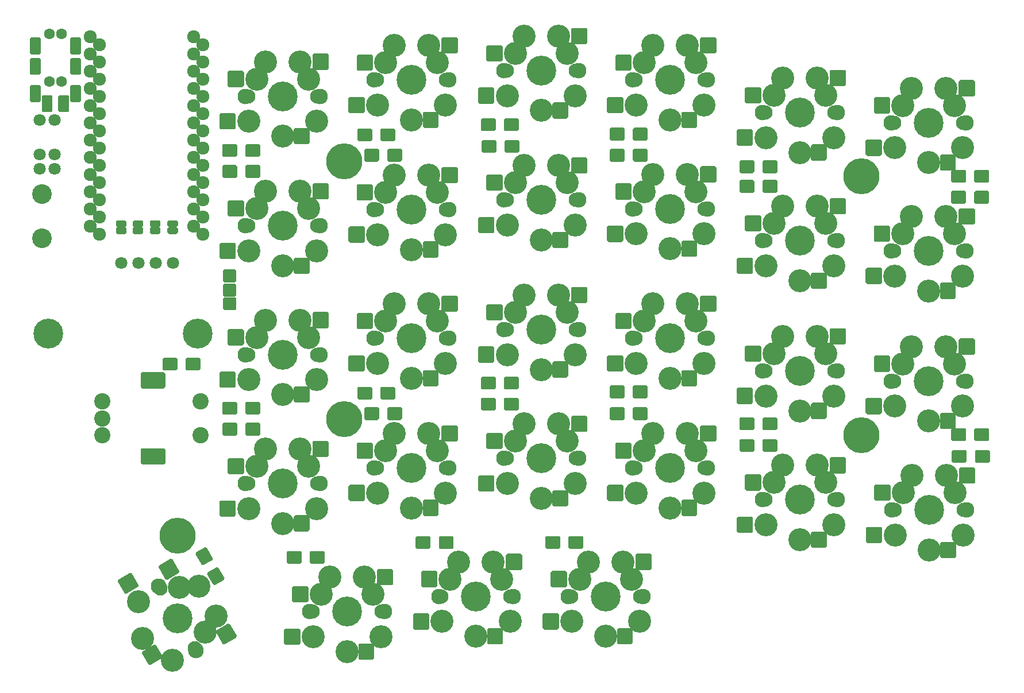
<source format=gbr>
G04 #@! TF.GenerationSoftware,KiCad,Pcbnew,(5.1.12)-1*
G04 #@! TF.CreationDate,2021-12-11T09:13:36+00:00*
G04 #@! TF.ProjectId,Lily58_Pro,4c696c79-3538-45f5-9072-6f2e6b696361,rev?*
G04 #@! TF.SameCoordinates,Original*
G04 #@! TF.FileFunction,Soldermask,Bot*
G04 #@! TF.FilePolarity,Negative*
%FSLAX46Y46*%
G04 Gerber Fmt 4.6, Leading zero omitted, Abs format (unit mm)*
G04 Created by KiCad (PCBNEW (5.1.12)-1) date 2021-12-11 09:13:36*
%MOMM*%
%LPD*%
G01*
G04 APERTURE LIST*
%ADD10C,3.400000*%
%ADD11C,4.400000*%
%ADD12C,2.300000*%
%ADD13C,2.100000*%
%ADD14C,2.400000*%
%ADD15C,1.600000*%
%ADD16C,1.924000*%
%ADD17C,5.300000*%
%ADD18C,1.797000*%
%ADD19C,2.900000*%
G04 APERTURE END LIST*
D10*
X171910000Y-121210000D03*
X165560000Y-118670000D03*
X173100000Y-127450000D03*
G36*
G01*
X161200000Y-126450000D02*
X161200000Y-128450000D01*
G75*
G02*
X161000000Y-128650000I-200000J0D01*
G01*
X159000000Y-128650000D01*
G75*
G02*
X158800000Y-128450000I0J200000D01*
G01*
X158800000Y-126450000D01*
G75*
G02*
X159000000Y-126250000I200000J0D01*
G01*
X161000000Y-126250000D01*
G75*
G02*
X161200000Y-126450000I0J-200000D01*
G01*
G37*
G36*
G01*
X172050000Y-128650000D02*
X172050000Y-130650000D01*
G75*
G02*
X171850000Y-130850000I-200000J0D01*
G01*
X169950000Y-130850000D01*
G75*
G02*
X169750000Y-130650000I0J200000D01*
G01*
X169750000Y-128650000D01*
G75*
G02*
X169950000Y-128450000I200000J0D01*
G01*
X171850000Y-128450000D01*
G75*
G02*
X172050000Y-128650000I0J-200000D01*
G01*
G37*
X163100000Y-127450000D03*
X168100000Y-129650000D03*
G36*
G01*
X162400000Y-120210000D02*
X162400000Y-122210000D01*
G75*
G02*
X162200000Y-122410000I-200000J0D01*
G01*
X160200000Y-122410000D01*
G75*
G02*
X160000000Y-122210000I0J200000D01*
G01*
X160000000Y-120210000D01*
G75*
G02*
X160200000Y-120010000I200000J0D01*
G01*
X162200000Y-120010000D01*
G75*
G02*
X162400000Y-120210000I0J-200000D01*
G01*
G37*
X170640000Y-118670000D03*
D11*
X168100000Y-123750000D03*
D12*
X162600000Y-123750000D03*
X173600000Y-123750000D03*
D13*
X173180000Y-123750000D03*
X163020000Y-123750000D03*
D10*
X164290000Y-121210000D03*
G36*
G01*
X174900000Y-117670000D02*
X174900000Y-119670000D01*
G75*
G02*
X174700000Y-119870000I-200000J0D01*
G01*
X172700000Y-119870000D01*
G75*
G02*
X172500000Y-119670000I0J200000D01*
G01*
X172500000Y-117670000D01*
G75*
G02*
X172700000Y-117470000I200000J0D01*
G01*
X174700000Y-117470000D01*
G75*
G02*
X174900000Y-117670000I0J-200000D01*
G01*
G37*
X152810000Y-121210000D03*
X146460000Y-118670000D03*
X154000000Y-127450000D03*
G36*
G01*
X142100000Y-126450000D02*
X142100000Y-128450000D01*
G75*
G02*
X141900000Y-128650000I-200000J0D01*
G01*
X139900000Y-128650000D01*
G75*
G02*
X139700000Y-128450000I0J200000D01*
G01*
X139700000Y-126450000D01*
G75*
G02*
X139900000Y-126250000I200000J0D01*
G01*
X141900000Y-126250000D01*
G75*
G02*
X142100000Y-126450000I0J-200000D01*
G01*
G37*
G36*
G01*
X152950000Y-128650000D02*
X152950000Y-130650000D01*
G75*
G02*
X152750000Y-130850000I-200000J0D01*
G01*
X150850000Y-130850000D01*
G75*
G02*
X150650000Y-130650000I0J200000D01*
G01*
X150650000Y-128650000D01*
G75*
G02*
X150850000Y-128450000I200000J0D01*
G01*
X152750000Y-128450000D01*
G75*
G02*
X152950000Y-128650000I0J-200000D01*
G01*
G37*
X144000000Y-127450000D03*
X149000000Y-129650000D03*
G36*
G01*
X143300000Y-120210000D02*
X143300000Y-122210000D01*
G75*
G02*
X143100000Y-122410000I-200000J0D01*
G01*
X141100000Y-122410000D01*
G75*
G02*
X140900000Y-122210000I0J200000D01*
G01*
X140900000Y-120210000D01*
G75*
G02*
X141100000Y-120010000I200000J0D01*
G01*
X143100000Y-120010000D01*
G75*
G02*
X143300000Y-120210000I0J-200000D01*
G01*
G37*
X151540000Y-118670000D03*
D11*
X149000000Y-123750000D03*
D12*
X143500000Y-123750000D03*
X154500000Y-123750000D03*
D13*
X154080000Y-123750000D03*
X143920000Y-123750000D03*
D10*
X145190000Y-121210000D03*
G36*
G01*
X155800000Y-117670000D02*
X155800000Y-119670000D01*
G75*
G02*
X155600000Y-119870000I-200000J0D01*
G01*
X153600000Y-119870000D01*
G75*
G02*
X153400000Y-119670000I0J200000D01*
G01*
X153400000Y-117670000D01*
G75*
G02*
X153600000Y-117470000I200000J0D01*
G01*
X155600000Y-117470000D01*
G75*
G02*
X155800000Y-117670000I0J-200000D01*
G01*
G37*
X133810000Y-123460000D03*
X127460000Y-120920000D03*
X135000000Y-129700000D03*
G36*
G01*
X123100000Y-128700000D02*
X123100000Y-130700000D01*
G75*
G02*
X122900000Y-130900000I-200000J0D01*
G01*
X120900000Y-130900000D01*
G75*
G02*
X120700000Y-130700000I0J200000D01*
G01*
X120700000Y-128700000D01*
G75*
G02*
X120900000Y-128500000I200000J0D01*
G01*
X122900000Y-128500000D01*
G75*
G02*
X123100000Y-128700000I0J-200000D01*
G01*
G37*
G36*
G01*
X133950000Y-130900000D02*
X133950000Y-132900000D01*
G75*
G02*
X133750000Y-133100000I-200000J0D01*
G01*
X131850000Y-133100000D01*
G75*
G02*
X131650000Y-132900000I0J200000D01*
G01*
X131650000Y-130900000D01*
G75*
G02*
X131850000Y-130700000I200000J0D01*
G01*
X133750000Y-130700000D01*
G75*
G02*
X133950000Y-130900000I0J-200000D01*
G01*
G37*
X125000000Y-129700000D03*
X130000000Y-131900000D03*
G36*
G01*
X124300000Y-122460000D02*
X124300000Y-124460000D01*
G75*
G02*
X124100000Y-124660000I-200000J0D01*
G01*
X122100000Y-124660000D01*
G75*
G02*
X121900000Y-124460000I0J200000D01*
G01*
X121900000Y-122460000D01*
G75*
G02*
X122100000Y-122260000I200000J0D01*
G01*
X124100000Y-122260000D01*
G75*
G02*
X124300000Y-122460000I0J-200000D01*
G01*
G37*
X132540000Y-120920000D03*
D11*
X130000000Y-126000000D03*
D12*
X124500000Y-126000000D03*
X135500000Y-126000000D03*
D13*
X135080000Y-126000000D03*
X124920000Y-126000000D03*
D10*
X126190000Y-123460000D03*
G36*
G01*
X136800000Y-119920000D02*
X136800000Y-121920000D01*
G75*
G02*
X136600000Y-122120000I-200000J0D01*
G01*
X134600000Y-122120000D01*
G75*
G02*
X134400000Y-121920000I0J200000D01*
G01*
X134400000Y-119920000D01*
G75*
G02*
X134600000Y-119720000I200000J0D01*
G01*
X136600000Y-119720000D01*
G75*
G02*
X136800000Y-119920000I0J-200000D01*
G01*
G37*
X109104705Y-129029557D03*
X108129409Y-122260295D03*
X104295706Y-133180127D03*
G36*
G01*
X99211731Y-122374424D02*
X97479681Y-123374424D01*
G75*
G02*
X97206476Y-123301219I-100000J173205D01*
G01*
X96206476Y-121569169D01*
G75*
G02*
X96279681Y-121295964I173205J100000D01*
G01*
X98011731Y-120295964D01*
G75*
G02*
X98284936Y-120369169I100000J-173205D01*
G01*
X99284936Y-122101219D01*
G75*
G02*
X99211731Y-122374424I-173205J-100000D01*
G01*
G37*
G36*
G01*
X102731475Y-132870800D02*
X100999425Y-133870800D01*
G75*
G02*
X100726220Y-133797595I-100000J173205D01*
G01*
X99776220Y-132152147D01*
G75*
G02*
X99849425Y-131878942I173205J100000D01*
G01*
X101581475Y-130878942D01*
G75*
G02*
X101854680Y-130952147I100000J-173205D01*
G01*
X102804680Y-132597595D01*
G75*
G02*
X102731475Y-132870800I-173205J-100000D01*
G01*
G37*
X99295706Y-124519873D03*
X99890450Y-129950000D03*
G36*
G01*
X105215730Y-120293655D02*
X103483680Y-121293655D01*
G75*
G02*
X103210475Y-121220450I-100000J173205D01*
G01*
X102210475Y-119488400D01*
G75*
G02*
X102283680Y-119215195I173205J100000D01*
G01*
X104015730Y-118215195D01*
G75*
G02*
X104288935Y-118288400I100000J-173205D01*
G01*
X105288935Y-120020450D01*
G75*
G02*
X105215730Y-120293655I-173205J-100000D01*
G01*
G37*
X110669409Y-126659705D03*
D11*
X105000000Y-127000000D03*
D12*
X102250000Y-122236860D03*
X107750000Y-131763140D03*
D13*
X107540000Y-131399409D03*
X102460000Y-122600591D03*
D10*
X105294705Y-122430443D03*
G36*
G01*
X113665434Y-129848972D02*
X111933384Y-130848972D01*
G75*
G02*
X111660179Y-130775767I-100000J173205D01*
G01*
X110660179Y-129043717D01*
G75*
G02*
X110733384Y-128770512I173205J100000D01*
G01*
X112465434Y-127770512D01*
G75*
G02*
X112738639Y-127843717I100000J-173205D01*
G01*
X113738639Y-129575767D01*
G75*
G02*
X113665434Y-129848972I-173205J-100000D01*
G01*
G37*
X219560000Y-108460000D03*
X213210000Y-105920000D03*
X220750000Y-114700000D03*
G36*
G01*
X208850000Y-113700000D02*
X208850000Y-115700000D01*
G75*
G02*
X208650000Y-115900000I-200000J0D01*
G01*
X206650000Y-115900000D01*
G75*
G02*
X206450000Y-115700000I0J200000D01*
G01*
X206450000Y-113700000D01*
G75*
G02*
X206650000Y-113500000I200000J0D01*
G01*
X208650000Y-113500000D01*
G75*
G02*
X208850000Y-113700000I0J-200000D01*
G01*
G37*
G36*
G01*
X219700000Y-115900000D02*
X219700000Y-117900000D01*
G75*
G02*
X219500000Y-118100000I-200000J0D01*
G01*
X217600000Y-118100000D01*
G75*
G02*
X217400000Y-117900000I0J200000D01*
G01*
X217400000Y-115900000D01*
G75*
G02*
X217600000Y-115700000I200000J0D01*
G01*
X219500000Y-115700000D01*
G75*
G02*
X219700000Y-115900000I0J-200000D01*
G01*
G37*
X210750000Y-114700000D03*
X215750000Y-116900000D03*
G36*
G01*
X210050000Y-107460000D02*
X210050000Y-109460000D01*
G75*
G02*
X209850000Y-109660000I-200000J0D01*
G01*
X207850000Y-109660000D01*
G75*
G02*
X207650000Y-109460000I0J200000D01*
G01*
X207650000Y-107460000D01*
G75*
G02*
X207850000Y-107260000I200000J0D01*
G01*
X209850000Y-107260000D01*
G75*
G02*
X210050000Y-107460000I0J-200000D01*
G01*
G37*
X218290000Y-105920000D03*
D11*
X215750000Y-111000000D03*
D12*
X210250000Y-111000000D03*
X221250000Y-111000000D03*
D13*
X220830000Y-111000000D03*
X210670000Y-111000000D03*
D10*
X211940000Y-108460000D03*
G36*
G01*
X222550000Y-104920000D02*
X222550000Y-106920000D01*
G75*
G02*
X222350000Y-107120000I-200000J0D01*
G01*
X220350000Y-107120000D01*
G75*
G02*
X220150000Y-106920000I0J200000D01*
G01*
X220150000Y-104920000D01*
G75*
G02*
X220350000Y-104720000I200000J0D01*
G01*
X222350000Y-104720000D01*
G75*
G02*
X222550000Y-104920000I0J-200000D01*
G01*
G37*
X200510000Y-106960000D03*
X194160000Y-104420000D03*
X201700000Y-113200000D03*
G36*
G01*
X189800000Y-112200000D02*
X189800000Y-114200000D01*
G75*
G02*
X189600000Y-114400000I-200000J0D01*
G01*
X187600000Y-114400000D01*
G75*
G02*
X187400000Y-114200000I0J200000D01*
G01*
X187400000Y-112200000D01*
G75*
G02*
X187600000Y-112000000I200000J0D01*
G01*
X189600000Y-112000000D01*
G75*
G02*
X189800000Y-112200000I0J-200000D01*
G01*
G37*
G36*
G01*
X200650000Y-114400000D02*
X200650000Y-116400000D01*
G75*
G02*
X200450000Y-116600000I-200000J0D01*
G01*
X198550000Y-116600000D01*
G75*
G02*
X198350000Y-116400000I0J200000D01*
G01*
X198350000Y-114400000D01*
G75*
G02*
X198550000Y-114200000I200000J0D01*
G01*
X200450000Y-114200000D01*
G75*
G02*
X200650000Y-114400000I0J-200000D01*
G01*
G37*
X191700000Y-113200000D03*
X196700000Y-115400000D03*
G36*
G01*
X191000000Y-105960000D02*
X191000000Y-107960000D01*
G75*
G02*
X190800000Y-108160000I-200000J0D01*
G01*
X188800000Y-108160000D01*
G75*
G02*
X188600000Y-107960000I0J200000D01*
G01*
X188600000Y-105960000D01*
G75*
G02*
X188800000Y-105760000I200000J0D01*
G01*
X190800000Y-105760000D01*
G75*
G02*
X191000000Y-105960000I0J-200000D01*
G01*
G37*
X199240000Y-104420000D03*
D11*
X196700000Y-109500000D03*
D12*
X191200000Y-109500000D03*
X202200000Y-109500000D03*
D13*
X201780000Y-109500000D03*
X191620000Y-109500000D03*
D10*
X192890000Y-106960000D03*
G36*
G01*
X203500000Y-103420000D02*
X203500000Y-105420000D01*
G75*
G02*
X203300000Y-105620000I-200000J0D01*
G01*
X201300000Y-105620000D01*
G75*
G02*
X201100000Y-105420000I0J200000D01*
G01*
X201100000Y-103420000D01*
G75*
G02*
X201300000Y-103220000I200000J0D01*
G01*
X203300000Y-103220000D01*
G75*
G02*
X203500000Y-103420000I0J-200000D01*
G01*
G37*
X181410000Y-102260000D03*
X175060000Y-99720000D03*
X182600000Y-108500000D03*
G36*
G01*
X170700000Y-107500000D02*
X170700000Y-109500000D01*
G75*
G02*
X170500000Y-109700000I-200000J0D01*
G01*
X168500000Y-109700000D01*
G75*
G02*
X168300000Y-109500000I0J200000D01*
G01*
X168300000Y-107500000D01*
G75*
G02*
X168500000Y-107300000I200000J0D01*
G01*
X170500000Y-107300000D01*
G75*
G02*
X170700000Y-107500000I0J-200000D01*
G01*
G37*
G36*
G01*
X181550000Y-109700000D02*
X181550000Y-111700000D01*
G75*
G02*
X181350000Y-111900000I-200000J0D01*
G01*
X179450000Y-111900000D01*
G75*
G02*
X179250000Y-111700000I0J200000D01*
G01*
X179250000Y-109700000D01*
G75*
G02*
X179450000Y-109500000I200000J0D01*
G01*
X181350000Y-109500000D01*
G75*
G02*
X181550000Y-109700000I0J-200000D01*
G01*
G37*
X172600000Y-108500000D03*
X177600000Y-110700000D03*
G36*
G01*
X171900000Y-101260000D02*
X171900000Y-103260000D01*
G75*
G02*
X171700000Y-103460000I-200000J0D01*
G01*
X169700000Y-103460000D01*
G75*
G02*
X169500000Y-103260000I0J200000D01*
G01*
X169500000Y-101260000D01*
G75*
G02*
X169700000Y-101060000I200000J0D01*
G01*
X171700000Y-101060000D01*
G75*
G02*
X171900000Y-101260000I0J-200000D01*
G01*
G37*
X180140000Y-99720000D03*
D11*
X177600000Y-104800000D03*
D12*
X172100000Y-104800000D03*
X183100000Y-104800000D03*
D13*
X182680000Y-104800000D03*
X172520000Y-104800000D03*
D10*
X173790000Y-102260000D03*
G36*
G01*
X184400000Y-98720000D02*
X184400000Y-100720000D01*
G75*
G02*
X184200000Y-100920000I-200000J0D01*
G01*
X182200000Y-100920000D01*
G75*
G02*
X182000000Y-100720000I0J200000D01*
G01*
X182000000Y-98720000D01*
G75*
G02*
X182200000Y-98520000I200000J0D01*
G01*
X184200000Y-98520000D01*
G75*
G02*
X184400000Y-98720000I0J-200000D01*
G01*
G37*
X162410000Y-100860000D03*
X156060000Y-98320000D03*
X163600000Y-107100000D03*
G36*
G01*
X151700000Y-106100000D02*
X151700000Y-108100000D01*
G75*
G02*
X151500000Y-108300000I-200000J0D01*
G01*
X149500000Y-108300000D01*
G75*
G02*
X149300000Y-108100000I0J200000D01*
G01*
X149300000Y-106100000D01*
G75*
G02*
X149500000Y-105900000I200000J0D01*
G01*
X151500000Y-105900000D01*
G75*
G02*
X151700000Y-106100000I0J-200000D01*
G01*
G37*
G36*
G01*
X162550000Y-108300000D02*
X162550000Y-110300000D01*
G75*
G02*
X162350000Y-110500000I-200000J0D01*
G01*
X160450000Y-110500000D01*
G75*
G02*
X160250000Y-110300000I0J200000D01*
G01*
X160250000Y-108300000D01*
G75*
G02*
X160450000Y-108100000I200000J0D01*
G01*
X162350000Y-108100000D01*
G75*
G02*
X162550000Y-108300000I0J-200000D01*
G01*
G37*
X153600000Y-107100000D03*
X158600000Y-109300000D03*
G36*
G01*
X152900000Y-99860000D02*
X152900000Y-101860000D01*
G75*
G02*
X152700000Y-102060000I-200000J0D01*
G01*
X150700000Y-102060000D01*
G75*
G02*
X150500000Y-101860000I0J200000D01*
G01*
X150500000Y-99860000D01*
G75*
G02*
X150700000Y-99660000I200000J0D01*
G01*
X152700000Y-99660000D01*
G75*
G02*
X152900000Y-99860000I0J-200000D01*
G01*
G37*
X161140000Y-98320000D03*
D11*
X158600000Y-103400000D03*
D12*
X153100000Y-103400000D03*
X164100000Y-103400000D03*
D13*
X163680000Y-103400000D03*
X153520000Y-103400000D03*
D10*
X154790000Y-100860000D03*
G36*
G01*
X165400000Y-97320000D02*
X165400000Y-99320000D01*
G75*
G02*
X165200000Y-99520000I-200000J0D01*
G01*
X163200000Y-99520000D01*
G75*
G02*
X163000000Y-99320000I0J200000D01*
G01*
X163000000Y-97320000D01*
G75*
G02*
X163200000Y-97120000I200000J0D01*
G01*
X165200000Y-97120000D01*
G75*
G02*
X165400000Y-97320000I0J-200000D01*
G01*
G37*
X143310000Y-102260000D03*
X136960000Y-99720000D03*
X144500000Y-108500000D03*
G36*
G01*
X132600000Y-107500000D02*
X132600000Y-109500000D01*
G75*
G02*
X132400000Y-109700000I-200000J0D01*
G01*
X130400000Y-109700000D01*
G75*
G02*
X130200000Y-109500000I0J200000D01*
G01*
X130200000Y-107500000D01*
G75*
G02*
X130400000Y-107300000I200000J0D01*
G01*
X132400000Y-107300000D01*
G75*
G02*
X132600000Y-107500000I0J-200000D01*
G01*
G37*
G36*
G01*
X143450000Y-109700000D02*
X143450000Y-111700000D01*
G75*
G02*
X143250000Y-111900000I-200000J0D01*
G01*
X141350000Y-111900000D01*
G75*
G02*
X141150000Y-111700000I0J200000D01*
G01*
X141150000Y-109700000D01*
G75*
G02*
X141350000Y-109500000I200000J0D01*
G01*
X143250000Y-109500000D01*
G75*
G02*
X143450000Y-109700000I0J-200000D01*
G01*
G37*
X134500000Y-108500000D03*
X139500000Y-110700000D03*
G36*
G01*
X133800000Y-101260000D02*
X133800000Y-103260000D01*
G75*
G02*
X133600000Y-103460000I-200000J0D01*
G01*
X131600000Y-103460000D01*
G75*
G02*
X131400000Y-103260000I0J200000D01*
G01*
X131400000Y-101260000D01*
G75*
G02*
X131600000Y-101060000I200000J0D01*
G01*
X133600000Y-101060000D01*
G75*
G02*
X133800000Y-101260000I0J-200000D01*
G01*
G37*
X142040000Y-99720000D03*
D11*
X139500000Y-104800000D03*
D12*
X134000000Y-104800000D03*
X145000000Y-104800000D03*
D13*
X144580000Y-104800000D03*
X134420000Y-104800000D03*
D10*
X135690000Y-102260000D03*
G36*
G01*
X146300000Y-98720000D02*
X146300000Y-100720000D01*
G75*
G02*
X146100000Y-100920000I-200000J0D01*
G01*
X144100000Y-100920000D01*
G75*
G02*
X143900000Y-100720000I0J200000D01*
G01*
X143900000Y-98720000D01*
G75*
G02*
X144100000Y-98520000I200000J0D01*
G01*
X146100000Y-98520000D01*
G75*
G02*
X146300000Y-98720000I0J-200000D01*
G01*
G37*
X124310000Y-104560000D03*
X117960000Y-102020000D03*
X125500000Y-110800000D03*
G36*
G01*
X113600000Y-109800000D02*
X113600000Y-111800000D01*
G75*
G02*
X113400000Y-112000000I-200000J0D01*
G01*
X111400000Y-112000000D01*
G75*
G02*
X111200000Y-111800000I0J200000D01*
G01*
X111200000Y-109800000D01*
G75*
G02*
X111400000Y-109600000I200000J0D01*
G01*
X113400000Y-109600000D01*
G75*
G02*
X113600000Y-109800000I0J-200000D01*
G01*
G37*
G36*
G01*
X124450000Y-112000000D02*
X124450000Y-114000000D01*
G75*
G02*
X124250000Y-114200000I-200000J0D01*
G01*
X122350000Y-114200000D01*
G75*
G02*
X122150000Y-114000000I0J200000D01*
G01*
X122150000Y-112000000D01*
G75*
G02*
X122350000Y-111800000I200000J0D01*
G01*
X124250000Y-111800000D01*
G75*
G02*
X124450000Y-112000000I0J-200000D01*
G01*
G37*
X115500000Y-110800000D03*
X120500000Y-113000000D03*
G36*
G01*
X114800000Y-103560000D02*
X114800000Y-105560000D01*
G75*
G02*
X114600000Y-105760000I-200000J0D01*
G01*
X112600000Y-105760000D01*
G75*
G02*
X112400000Y-105560000I0J200000D01*
G01*
X112400000Y-103560000D01*
G75*
G02*
X112600000Y-103360000I200000J0D01*
G01*
X114600000Y-103360000D01*
G75*
G02*
X114800000Y-103560000I0J-200000D01*
G01*
G37*
X123040000Y-102020000D03*
D11*
X120500000Y-107100000D03*
D12*
X115000000Y-107100000D03*
X126000000Y-107100000D03*
D13*
X125580000Y-107100000D03*
X115420000Y-107100000D03*
D10*
X116690000Y-104560000D03*
G36*
G01*
X127300000Y-101020000D02*
X127300000Y-103020000D01*
G75*
G02*
X127100000Y-103220000I-200000J0D01*
G01*
X125100000Y-103220000D01*
G75*
G02*
X124900000Y-103020000I0J200000D01*
G01*
X124900000Y-101020000D01*
G75*
G02*
X125100000Y-100820000I200000J0D01*
G01*
X127100000Y-100820000D01*
G75*
G02*
X127300000Y-101020000I0J-200000D01*
G01*
G37*
X219510000Y-89460000D03*
X213160000Y-86920000D03*
X220700000Y-95700000D03*
G36*
G01*
X208800000Y-94700000D02*
X208800000Y-96700000D01*
G75*
G02*
X208600000Y-96900000I-200000J0D01*
G01*
X206600000Y-96900000D01*
G75*
G02*
X206400000Y-96700000I0J200000D01*
G01*
X206400000Y-94700000D01*
G75*
G02*
X206600000Y-94500000I200000J0D01*
G01*
X208600000Y-94500000D01*
G75*
G02*
X208800000Y-94700000I0J-200000D01*
G01*
G37*
G36*
G01*
X219650000Y-96900000D02*
X219650000Y-98900000D01*
G75*
G02*
X219450000Y-99100000I-200000J0D01*
G01*
X217550000Y-99100000D01*
G75*
G02*
X217350000Y-98900000I0J200000D01*
G01*
X217350000Y-96900000D01*
G75*
G02*
X217550000Y-96700000I200000J0D01*
G01*
X219450000Y-96700000D01*
G75*
G02*
X219650000Y-96900000I0J-200000D01*
G01*
G37*
X210700000Y-95700000D03*
X215700000Y-97900000D03*
G36*
G01*
X210000000Y-88460000D02*
X210000000Y-90460000D01*
G75*
G02*
X209800000Y-90660000I-200000J0D01*
G01*
X207800000Y-90660000D01*
G75*
G02*
X207600000Y-90460000I0J200000D01*
G01*
X207600000Y-88460000D01*
G75*
G02*
X207800000Y-88260000I200000J0D01*
G01*
X209800000Y-88260000D01*
G75*
G02*
X210000000Y-88460000I0J-200000D01*
G01*
G37*
X218240000Y-86920000D03*
D11*
X215700000Y-92000000D03*
D12*
X210200000Y-92000000D03*
X221200000Y-92000000D03*
D13*
X220780000Y-92000000D03*
X210620000Y-92000000D03*
D10*
X211890000Y-89460000D03*
G36*
G01*
X222500000Y-85920000D02*
X222500000Y-87920000D01*
G75*
G02*
X222300000Y-88120000I-200000J0D01*
G01*
X220300000Y-88120000D01*
G75*
G02*
X220100000Y-87920000I0J200000D01*
G01*
X220100000Y-85920000D01*
G75*
G02*
X220300000Y-85720000I200000J0D01*
G01*
X222300000Y-85720000D01*
G75*
G02*
X222500000Y-85920000I0J-200000D01*
G01*
G37*
X200510000Y-87960000D03*
X194160000Y-85420000D03*
X201700000Y-94200000D03*
G36*
G01*
X189800000Y-93200000D02*
X189800000Y-95200000D01*
G75*
G02*
X189600000Y-95400000I-200000J0D01*
G01*
X187600000Y-95400000D01*
G75*
G02*
X187400000Y-95200000I0J200000D01*
G01*
X187400000Y-93200000D01*
G75*
G02*
X187600000Y-93000000I200000J0D01*
G01*
X189600000Y-93000000D01*
G75*
G02*
X189800000Y-93200000I0J-200000D01*
G01*
G37*
G36*
G01*
X200650000Y-95400000D02*
X200650000Y-97400000D01*
G75*
G02*
X200450000Y-97600000I-200000J0D01*
G01*
X198550000Y-97600000D01*
G75*
G02*
X198350000Y-97400000I0J200000D01*
G01*
X198350000Y-95400000D01*
G75*
G02*
X198550000Y-95200000I200000J0D01*
G01*
X200450000Y-95200000D01*
G75*
G02*
X200650000Y-95400000I0J-200000D01*
G01*
G37*
X191700000Y-94200000D03*
X196700000Y-96400000D03*
G36*
G01*
X191000000Y-86960000D02*
X191000000Y-88960000D01*
G75*
G02*
X190800000Y-89160000I-200000J0D01*
G01*
X188800000Y-89160000D01*
G75*
G02*
X188600000Y-88960000I0J200000D01*
G01*
X188600000Y-86960000D01*
G75*
G02*
X188800000Y-86760000I200000J0D01*
G01*
X190800000Y-86760000D01*
G75*
G02*
X191000000Y-86960000I0J-200000D01*
G01*
G37*
X199240000Y-85420000D03*
D11*
X196700000Y-90500000D03*
D12*
X191200000Y-90500000D03*
X202200000Y-90500000D03*
D13*
X201780000Y-90500000D03*
X191620000Y-90500000D03*
D10*
X192890000Y-87960000D03*
G36*
G01*
X203500000Y-84420000D02*
X203500000Y-86420000D01*
G75*
G02*
X203300000Y-86620000I-200000J0D01*
G01*
X201300000Y-86620000D01*
G75*
G02*
X201100000Y-86420000I0J200000D01*
G01*
X201100000Y-84420000D01*
G75*
G02*
X201300000Y-84220000I200000J0D01*
G01*
X203300000Y-84220000D01*
G75*
G02*
X203500000Y-84420000I0J-200000D01*
G01*
G37*
X181410000Y-83160000D03*
X175060000Y-80620000D03*
X182600000Y-89400000D03*
G36*
G01*
X170700000Y-88400000D02*
X170700000Y-90400000D01*
G75*
G02*
X170500000Y-90600000I-200000J0D01*
G01*
X168500000Y-90600000D01*
G75*
G02*
X168300000Y-90400000I0J200000D01*
G01*
X168300000Y-88400000D01*
G75*
G02*
X168500000Y-88200000I200000J0D01*
G01*
X170500000Y-88200000D01*
G75*
G02*
X170700000Y-88400000I0J-200000D01*
G01*
G37*
G36*
G01*
X181550000Y-90600000D02*
X181550000Y-92600000D01*
G75*
G02*
X181350000Y-92800000I-200000J0D01*
G01*
X179450000Y-92800000D01*
G75*
G02*
X179250000Y-92600000I0J200000D01*
G01*
X179250000Y-90600000D01*
G75*
G02*
X179450000Y-90400000I200000J0D01*
G01*
X181350000Y-90400000D01*
G75*
G02*
X181550000Y-90600000I0J-200000D01*
G01*
G37*
X172600000Y-89400000D03*
X177600000Y-91600000D03*
G36*
G01*
X171900000Y-82160000D02*
X171900000Y-84160000D01*
G75*
G02*
X171700000Y-84360000I-200000J0D01*
G01*
X169700000Y-84360000D01*
G75*
G02*
X169500000Y-84160000I0J200000D01*
G01*
X169500000Y-82160000D01*
G75*
G02*
X169700000Y-81960000I200000J0D01*
G01*
X171700000Y-81960000D01*
G75*
G02*
X171900000Y-82160000I0J-200000D01*
G01*
G37*
X180140000Y-80620000D03*
D11*
X177600000Y-85700000D03*
D12*
X172100000Y-85700000D03*
X183100000Y-85700000D03*
D13*
X182680000Y-85700000D03*
X172520000Y-85700000D03*
D10*
X173790000Y-83160000D03*
G36*
G01*
X184400000Y-79620000D02*
X184400000Y-81620000D01*
G75*
G02*
X184200000Y-81820000I-200000J0D01*
G01*
X182200000Y-81820000D01*
G75*
G02*
X182000000Y-81620000I0J200000D01*
G01*
X182000000Y-79620000D01*
G75*
G02*
X182200000Y-79420000I200000J0D01*
G01*
X184200000Y-79420000D01*
G75*
G02*
X184400000Y-79620000I0J-200000D01*
G01*
G37*
X162410000Y-81860000D03*
X156060000Y-79320000D03*
X163600000Y-88100000D03*
G36*
G01*
X151700000Y-87100000D02*
X151700000Y-89100000D01*
G75*
G02*
X151500000Y-89300000I-200000J0D01*
G01*
X149500000Y-89300000D01*
G75*
G02*
X149300000Y-89100000I0J200000D01*
G01*
X149300000Y-87100000D01*
G75*
G02*
X149500000Y-86900000I200000J0D01*
G01*
X151500000Y-86900000D01*
G75*
G02*
X151700000Y-87100000I0J-200000D01*
G01*
G37*
G36*
G01*
X162550000Y-89300000D02*
X162550000Y-91300000D01*
G75*
G02*
X162350000Y-91500000I-200000J0D01*
G01*
X160450000Y-91500000D01*
G75*
G02*
X160250000Y-91300000I0J200000D01*
G01*
X160250000Y-89300000D01*
G75*
G02*
X160450000Y-89100000I200000J0D01*
G01*
X162350000Y-89100000D01*
G75*
G02*
X162550000Y-89300000I0J-200000D01*
G01*
G37*
X153600000Y-88100000D03*
X158600000Y-90300000D03*
G36*
G01*
X152900000Y-80860000D02*
X152900000Y-82860000D01*
G75*
G02*
X152700000Y-83060000I-200000J0D01*
G01*
X150700000Y-83060000D01*
G75*
G02*
X150500000Y-82860000I0J200000D01*
G01*
X150500000Y-80860000D01*
G75*
G02*
X150700000Y-80660000I200000J0D01*
G01*
X152700000Y-80660000D01*
G75*
G02*
X152900000Y-80860000I0J-200000D01*
G01*
G37*
X161140000Y-79320000D03*
D11*
X158600000Y-84400000D03*
D12*
X153100000Y-84400000D03*
X164100000Y-84400000D03*
D13*
X163680000Y-84400000D03*
X153520000Y-84400000D03*
D10*
X154790000Y-81860000D03*
G36*
G01*
X165400000Y-78320000D02*
X165400000Y-80320000D01*
G75*
G02*
X165200000Y-80520000I-200000J0D01*
G01*
X163200000Y-80520000D01*
G75*
G02*
X163000000Y-80320000I0J200000D01*
G01*
X163000000Y-78320000D01*
G75*
G02*
X163200000Y-78120000I200000J0D01*
G01*
X165200000Y-78120000D01*
G75*
G02*
X165400000Y-78320000I0J-200000D01*
G01*
G37*
X143310000Y-83160000D03*
X136960000Y-80620000D03*
X144500000Y-89400000D03*
G36*
G01*
X132600000Y-88400000D02*
X132600000Y-90400000D01*
G75*
G02*
X132400000Y-90600000I-200000J0D01*
G01*
X130400000Y-90600000D01*
G75*
G02*
X130200000Y-90400000I0J200000D01*
G01*
X130200000Y-88400000D01*
G75*
G02*
X130400000Y-88200000I200000J0D01*
G01*
X132400000Y-88200000D01*
G75*
G02*
X132600000Y-88400000I0J-200000D01*
G01*
G37*
G36*
G01*
X143450000Y-90600000D02*
X143450000Y-92600000D01*
G75*
G02*
X143250000Y-92800000I-200000J0D01*
G01*
X141350000Y-92800000D01*
G75*
G02*
X141150000Y-92600000I0J200000D01*
G01*
X141150000Y-90600000D01*
G75*
G02*
X141350000Y-90400000I200000J0D01*
G01*
X143250000Y-90400000D01*
G75*
G02*
X143450000Y-90600000I0J-200000D01*
G01*
G37*
X134500000Y-89400000D03*
X139500000Y-91600000D03*
G36*
G01*
X133800000Y-82160000D02*
X133800000Y-84160000D01*
G75*
G02*
X133600000Y-84360000I-200000J0D01*
G01*
X131600000Y-84360000D01*
G75*
G02*
X131400000Y-84160000I0J200000D01*
G01*
X131400000Y-82160000D01*
G75*
G02*
X131600000Y-81960000I200000J0D01*
G01*
X133600000Y-81960000D01*
G75*
G02*
X133800000Y-82160000I0J-200000D01*
G01*
G37*
X142040000Y-80620000D03*
D11*
X139500000Y-85700000D03*
D12*
X134000000Y-85700000D03*
X145000000Y-85700000D03*
D13*
X144580000Y-85700000D03*
X134420000Y-85700000D03*
D10*
X135690000Y-83160000D03*
G36*
G01*
X146300000Y-79620000D02*
X146300000Y-81620000D01*
G75*
G02*
X146100000Y-81820000I-200000J0D01*
G01*
X144100000Y-81820000D01*
G75*
G02*
X143900000Y-81620000I0J200000D01*
G01*
X143900000Y-79620000D01*
G75*
G02*
X144100000Y-79420000I200000J0D01*
G01*
X146100000Y-79420000D01*
G75*
G02*
X146300000Y-79620000I0J-200000D01*
G01*
G37*
X124310000Y-85560000D03*
X117960000Y-83020000D03*
X125500000Y-91800000D03*
G36*
G01*
X113600000Y-90800000D02*
X113600000Y-92800000D01*
G75*
G02*
X113400000Y-93000000I-200000J0D01*
G01*
X111400000Y-93000000D01*
G75*
G02*
X111200000Y-92800000I0J200000D01*
G01*
X111200000Y-90800000D01*
G75*
G02*
X111400000Y-90600000I200000J0D01*
G01*
X113400000Y-90600000D01*
G75*
G02*
X113600000Y-90800000I0J-200000D01*
G01*
G37*
G36*
G01*
X124450000Y-93000000D02*
X124450000Y-95000000D01*
G75*
G02*
X124250000Y-95200000I-200000J0D01*
G01*
X122350000Y-95200000D01*
G75*
G02*
X122150000Y-95000000I0J200000D01*
G01*
X122150000Y-93000000D01*
G75*
G02*
X122350000Y-92800000I200000J0D01*
G01*
X124250000Y-92800000D01*
G75*
G02*
X124450000Y-93000000I0J-200000D01*
G01*
G37*
X115500000Y-91800000D03*
X120500000Y-94000000D03*
G36*
G01*
X114800000Y-84560000D02*
X114800000Y-86560000D01*
G75*
G02*
X114600000Y-86760000I-200000J0D01*
G01*
X112600000Y-86760000D01*
G75*
G02*
X112400000Y-86560000I0J200000D01*
G01*
X112400000Y-84560000D01*
G75*
G02*
X112600000Y-84360000I200000J0D01*
G01*
X114600000Y-84360000D01*
G75*
G02*
X114800000Y-84560000I0J-200000D01*
G01*
G37*
X123040000Y-83020000D03*
D11*
X120500000Y-88100000D03*
D12*
X115000000Y-88100000D03*
X126000000Y-88100000D03*
D13*
X125580000Y-88100000D03*
X115420000Y-88100000D03*
D10*
X116690000Y-85560000D03*
G36*
G01*
X127300000Y-82020000D02*
X127300000Y-84020000D01*
G75*
G02*
X127100000Y-84220000I-200000J0D01*
G01*
X125100000Y-84220000D01*
G75*
G02*
X124900000Y-84020000I0J200000D01*
G01*
X124900000Y-82020000D01*
G75*
G02*
X125100000Y-81820000I200000J0D01*
G01*
X127100000Y-81820000D01*
G75*
G02*
X127300000Y-82020000I0J-200000D01*
G01*
G37*
X219510000Y-70260000D03*
X213160000Y-67720000D03*
X220700000Y-76500000D03*
G36*
G01*
X208800000Y-75500000D02*
X208800000Y-77500000D01*
G75*
G02*
X208600000Y-77700000I-200000J0D01*
G01*
X206600000Y-77700000D01*
G75*
G02*
X206400000Y-77500000I0J200000D01*
G01*
X206400000Y-75500000D01*
G75*
G02*
X206600000Y-75300000I200000J0D01*
G01*
X208600000Y-75300000D01*
G75*
G02*
X208800000Y-75500000I0J-200000D01*
G01*
G37*
G36*
G01*
X219650000Y-77700000D02*
X219650000Y-79700000D01*
G75*
G02*
X219450000Y-79900000I-200000J0D01*
G01*
X217550000Y-79900000D01*
G75*
G02*
X217350000Y-79700000I0J200000D01*
G01*
X217350000Y-77700000D01*
G75*
G02*
X217550000Y-77500000I200000J0D01*
G01*
X219450000Y-77500000D01*
G75*
G02*
X219650000Y-77700000I0J-200000D01*
G01*
G37*
X210700000Y-76500000D03*
X215700000Y-78700000D03*
G36*
G01*
X210000000Y-69260000D02*
X210000000Y-71260000D01*
G75*
G02*
X209800000Y-71460000I-200000J0D01*
G01*
X207800000Y-71460000D01*
G75*
G02*
X207600000Y-71260000I0J200000D01*
G01*
X207600000Y-69260000D01*
G75*
G02*
X207800000Y-69060000I200000J0D01*
G01*
X209800000Y-69060000D01*
G75*
G02*
X210000000Y-69260000I0J-200000D01*
G01*
G37*
X218240000Y-67720000D03*
D11*
X215700000Y-72800000D03*
D12*
X210200000Y-72800000D03*
X221200000Y-72800000D03*
D13*
X220780000Y-72800000D03*
X210620000Y-72800000D03*
D10*
X211890000Y-70260000D03*
G36*
G01*
X222500000Y-66720000D02*
X222500000Y-68720000D01*
G75*
G02*
X222300000Y-68920000I-200000J0D01*
G01*
X220300000Y-68920000D01*
G75*
G02*
X220100000Y-68720000I0J200000D01*
G01*
X220100000Y-66720000D01*
G75*
G02*
X220300000Y-66520000I200000J0D01*
G01*
X222300000Y-66520000D01*
G75*
G02*
X222500000Y-66720000I0J-200000D01*
G01*
G37*
X200510000Y-68760000D03*
X194160000Y-66220000D03*
X201700000Y-75000000D03*
G36*
G01*
X189800000Y-74000000D02*
X189800000Y-76000000D01*
G75*
G02*
X189600000Y-76200000I-200000J0D01*
G01*
X187600000Y-76200000D01*
G75*
G02*
X187400000Y-76000000I0J200000D01*
G01*
X187400000Y-74000000D01*
G75*
G02*
X187600000Y-73800000I200000J0D01*
G01*
X189600000Y-73800000D01*
G75*
G02*
X189800000Y-74000000I0J-200000D01*
G01*
G37*
G36*
G01*
X200650000Y-76200000D02*
X200650000Y-78200000D01*
G75*
G02*
X200450000Y-78400000I-200000J0D01*
G01*
X198550000Y-78400000D01*
G75*
G02*
X198350000Y-78200000I0J200000D01*
G01*
X198350000Y-76200000D01*
G75*
G02*
X198550000Y-76000000I200000J0D01*
G01*
X200450000Y-76000000D01*
G75*
G02*
X200650000Y-76200000I0J-200000D01*
G01*
G37*
X191700000Y-75000000D03*
X196700000Y-77200000D03*
G36*
G01*
X191000000Y-67760000D02*
X191000000Y-69760000D01*
G75*
G02*
X190800000Y-69960000I-200000J0D01*
G01*
X188800000Y-69960000D01*
G75*
G02*
X188600000Y-69760000I0J200000D01*
G01*
X188600000Y-67760000D01*
G75*
G02*
X188800000Y-67560000I200000J0D01*
G01*
X190800000Y-67560000D01*
G75*
G02*
X191000000Y-67760000I0J-200000D01*
G01*
G37*
X199240000Y-66220000D03*
D11*
X196700000Y-71300000D03*
D12*
X191200000Y-71300000D03*
X202200000Y-71300000D03*
D13*
X201780000Y-71300000D03*
X191620000Y-71300000D03*
D10*
X192890000Y-68760000D03*
G36*
G01*
X203500000Y-65220000D02*
X203500000Y-67220000D01*
G75*
G02*
X203300000Y-67420000I-200000J0D01*
G01*
X201300000Y-67420000D01*
G75*
G02*
X201100000Y-67220000I0J200000D01*
G01*
X201100000Y-65220000D01*
G75*
G02*
X201300000Y-65020000I200000J0D01*
G01*
X203300000Y-65020000D01*
G75*
G02*
X203500000Y-65220000I0J-200000D01*
G01*
G37*
X181410000Y-64060000D03*
X175060000Y-61520000D03*
X182600000Y-70300000D03*
G36*
G01*
X170700000Y-69300000D02*
X170700000Y-71300000D01*
G75*
G02*
X170500000Y-71500000I-200000J0D01*
G01*
X168500000Y-71500000D01*
G75*
G02*
X168300000Y-71300000I0J200000D01*
G01*
X168300000Y-69300000D01*
G75*
G02*
X168500000Y-69100000I200000J0D01*
G01*
X170500000Y-69100000D01*
G75*
G02*
X170700000Y-69300000I0J-200000D01*
G01*
G37*
G36*
G01*
X181550000Y-71500000D02*
X181550000Y-73500000D01*
G75*
G02*
X181350000Y-73700000I-200000J0D01*
G01*
X179450000Y-73700000D01*
G75*
G02*
X179250000Y-73500000I0J200000D01*
G01*
X179250000Y-71500000D01*
G75*
G02*
X179450000Y-71300000I200000J0D01*
G01*
X181350000Y-71300000D01*
G75*
G02*
X181550000Y-71500000I0J-200000D01*
G01*
G37*
X172600000Y-70300000D03*
X177600000Y-72500000D03*
G36*
G01*
X171900000Y-63060000D02*
X171900000Y-65060000D01*
G75*
G02*
X171700000Y-65260000I-200000J0D01*
G01*
X169700000Y-65260000D01*
G75*
G02*
X169500000Y-65060000I0J200000D01*
G01*
X169500000Y-63060000D01*
G75*
G02*
X169700000Y-62860000I200000J0D01*
G01*
X171700000Y-62860000D01*
G75*
G02*
X171900000Y-63060000I0J-200000D01*
G01*
G37*
X180140000Y-61520000D03*
D11*
X177600000Y-66600000D03*
D12*
X172100000Y-66600000D03*
X183100000Y-66600000D03*
D13*
X182680000Y-66600000D03*
X172520000Y-66600000D03*
D10*
X173790000Y-64060000D03*
G36*
G01*
X184400000Y-60520000D02*
X184400000Y-62520000D01*
G75*
G02*
X184200000Y-62720000I-200000J0D01*
G01*
X182200000Y-62720000D01*
G75*
G02*
X182000000Y-62520000I0J200000D01*
G01*
X182000000Y-60520000D01*
G75*
G02*
X182200000Y-60320000I200000J0D01*
G01*
X184200000Y-60320000D01*
G75*
G02*
X184400000Y-60520000I0J-200000D01*
G01*
G37*
X162410000Y-62760000D03*
X156060000Y-60220000D03*
X163600000Y-69000000D03*
G36*
G01*
X151700000Y-68000000D02*
X151700000Y-70000000D01*
G75*
G02*
X151500000Y-70200000I-200000J0D01*
G01*
X149500000Y-70200000D01*
G75*
G02*
X149300000Y-70000000I0J200000D01*
G01*
X149300000Y-68000000D01*
G75*
G02*
X149500000Y-67800000I200000J0D01*
G01*
X151500000Y-67800000D01*
G75*
G02*
X151700000Y-68000000I0J-200000D01*
G01*
G37*
G36*
G01*
X162550000Y-70200000D02*
X162550000Y-72200000D01*
G75*
G02*
X162350000Y-72400000I-200000J0D01*
G01*
X160450000Y-72400000D01*
G75*
G02*
X160250000Y-72200000I0J200000D01*
G01*
X160250000Y-70200000D01*
G75*
G02*
X160450000Y-70000000I200000J0D01*
G01*
X162350000Y-70000000D01*
G75*
G02*
X162550000Y-70200000I0J-200000D01*
G01*
G37*
X153600000Y-69000000D03*
X158600000Y-71200000D03*
G36*
G01*
X152900000Y-61760000D02*
X152900000Y-63760000D01*
G75*
G02*
X152700000Y-63960000I-200000J0D01*
G01*
X150700000Y-63960000D01*
G75*
G02*
X150500000Y-63760000I0J200000D01*
G01*
X150500000Y-61760000D01*
G75*
G02*
X150700000Y-61560000I200000J0D01*
G01*
X152700000Y-61560000D01*
G75*
G02*
X152900000Y-61760000I0J-200000D01*
G01*
G37*
X161140000Y-60220000D03*
D11*
X158600000Y-65300000D03*
D12*
X153100000Y-65300000D03*
X164100000Y-65300000D03*
D13*
X163680000Y-65300000D03*
X153520000Y-65300000D03*
D10*
X154790000Y-62760000D03*
G36*
G01*
X165400000Y-59220000D02*
X165400000Y-61220000D01*
G75*
G02*
X165200000Y-61420000I-200000J0D01*
G01*
X163200000Y-61420000D01*
G75*
G02*
X163000000Y-61220000I0J200000D01*
G01*
X163000000Y-59220000D01*
G75*
G02*
X163200000Y-59020000I200000J0D01*
G01*
X165200000Y-59020000D01*
G75*
G02*
X165400000Y-59220000I0J-200000D01*
G01*
G37*
X143310000Y-64160000D03*
X136960000Y-61620000D03*
X144500000Y-70400000D03*
G36*
G01*
X132600000Y-69400000D02*
X132600000Y-71400000D01*
G75*
G02*
X132400000Y-71600000I-200000J0D01*
G01*
X130400000Y-71600000D01*
G75*
G02*
X130200000Y-71400000I0J200000D01*
G01*
X130200000Y-69400000D01*
G75*
G02*
X130400000Y-69200000I200000J0D01*
G01*
X132400000Y-69200000D01*
G75*
G02*
X132600000Y-69400000I0J-200000D01*
G01*
G37*
G36*
G01*
X143450000Y-71600000D02*
X143450000Y-73600000D01*
G75*
G02*
X143250000Y-73800000I-200000J0D01*
G01*
X141350000Y-73800000D01*
G75*
G02*
X141150000Y-73600000I0J200000D01*
G01*
X141150000Y-71600000D01*
G75*
G02*
X141350000Y-71400000I200000J0D01*
G01*
X143250000Y-71400000D01*
G75*
G02*
X143450000Y-71600000I0J-200000D01*
G01*
G37*
X134500000Y-70400000D03*
X139500000Y-72600000D03*
G36*
G01*
X133800000Y-63160000D02*
X133800000Y-65160000D01*
G75*
G02*
X133600000Y-65360000I-200000J0D01*
G01*
X131600000Y-65360000D01*
G75*
G02*
X131400000Y-65160000I0J200000D01*
G01*
X131400000Y-63160000D01*
G75*
G02*
X131600000Y-62960000I200000J0D01*
G01*
X133600000Y-62960000D01*
G75*
G02*
X133800000Y-63160000I0J-200000D01*
G01*
G37*
X142040000Y-61620000D03*
D11*
X139500000Y-66700000D03*
D12*
X134000000Y-66700000D03*
X145000000Y-66700000D03*
D13*
X144580000Y-66700000D03*
X134420000Y-66700000D03*
D10*
X135690000Y-64160000D03*
G36*
G01*
X146300000Y-60620000D02*
X146300000Y-62620000D01*
G75*
G02*
X146100000Y-62820000I-200000J0D01*
G01*
X144100000Y-62820000D01*
G75*
G02*
X143900000Y-62620000I0J200000D01*
G01*
X143900000Y-60620000D01*
G75*
G02*
X144100000Y-60420000I200000J0D01*
G01*
X146100000Y-60420000D01*
G75*
G02*
X146300000Y-60620000I0J-200000D01*
G01*
G37*
X124310000Y-66560000D03*
X117960000Y-64020000D03*
X125500000Y-72800000D03*
G36*
G01*
X113600000Y-71800000D02*
X113600000Y-73800000D01*
G75*
G02*
X113400000Y-74000000I-200000J0D01*
G01*
X111400000Y-74000000D01*
G75*
G02*
X111200000Y-73800000I0J200000D01*
G01*
X111200000Y-71800000D01*
G75*
G02*
X111400000Y-71600000I200000J0D01*
G01*
X113400000Y-71600000D01*
G75*
G02*
X113600000Y-71800000I0J-200000D01*
G01*
G37*
G36*
G01*
X124450000Y-74000000D02*
X124450000Y-76000000D01*
G75*
G02*
X124250000Y-76200000I-200000J0D01*
G01*
X122350000Y-76200000D01*
G75*
G02*
X122150000Y-76000000I0J200000D01*
G01*
X122150000Y-74000000D01*
G75*
G02*
X122350000Y-73800000I200000J0D01*
G01*
X124250000Y-73800000D01*
G75*
G02*
X124450000Y-74000000I0J-200000D01*
G01*
G37*
X115500000Y-72800000D03*
X120500000Y-75000000D03*
G36*
G01*
X114800000Y-65560000D02*
X114800000Y-67560000D01*
G75*
G02*
X114600000Y-67760000I-200000J0D01*
G01*
X112600000Y-67760000D01*
G75*
G02*
X112400000Y-67560000I0J200000D01*
G01*
X112400000Y-65560000D01*
G75*
G02*
X112600000Y-65360000I200000J0D01*
G01*
X114600000Y-65360000D01*
G75*
G02*
X114800000Y-65560000I0J-200000D01*
G01*
G37*
X123040000Y-64020000D03*
D11*
X120500000Y-69100000D03*
D12*
X115000000Y-69100000D03*
X126000000Y-69100000D03*
D13*
X125580000Y-69100000D03*
X115420000Y-69100000D03*
D10*
X116690000Y-66560000D03*
G36*
G01*
X127300000Y-63020000D02*
X127300000Y-65020000D01*
G75*
G02*
X127100000Y-65220000I-200000J0D01*
G01*
X125100000Y-65220000D01*
G75*
G02*
X124900000Y-65020000I0J200000D01*
G01*
X124900000Y-63020000D01*
G75*
G02*
X125100000Y-62820000I200000J0D01*
G01*
X127100000Y-62820000D01*
G75*
G02*
X127300000Y-63020000I0J-200000D01*
G01*
G37*
X219510000Y-51360000D03*
X213160000Y-48820000D03*
X220700000Y-57600000D03*
G36*
G01*
X208800000Y-56600000D02*
X208800000Y-58600000D01*
G75*
G02*
X208600000Y-58800000I-200000J0D01*
G01*
X206600000Y-58800000D01*
G75*
G02*
X206400000Y-58600000I0J200000D01*
G01*
X206400000Y-56600000D01*
G75*
G02*
X206600000Y-56400000I200000J0D01*
G01*
X208600000Y-56400000D01*
G75*
G02*
X208800000Y-56600000I0J-200000D01*
G01*
G37*
G36*
G01*
X219650000Y-58800000D02*
X219650000Y-60800000D01*
G75*
G02*
X219450000Y-61000000I-200000J0D01*
G01*
X217550000Y-61000000D01*
G75*
G02*
X217350000Y-60800000I0J200000D01*
G01*
X217350000Y-58800000D01*
G75*
G02*
X217550000Y-58600000I200000J0D01*
G01*
X219450000Y-58600000D01*
G75*
G02*
X219650000Y-58800000I0J-200000D01*
G01*
G37*
X210700000Y-57600000D03*
X215700000Y-59800000D03*
G36*
G01*
X210000000Y-50360000D02*
X210000000Y-52360000D01*
G75*
G02*
X209800000Y-52560000I-200000J0D01*
G01*
X207800000Y-52560000D01*
G75*
G02*
X207600000Y-52360000I0J200000D01*
G01*
X207600000Y-50360000D01*
G75*
G02*
X207800000Y-50160000I200000J0D01*
G01*
X209800000Y-50160000D01*
G75*
G02*
X210000000Y-50360000I0J-200000D01*
G01*
G37*
X218240000Y-48820000D03*
D11*
X215700000Y-53900000D03*
D12*
X210200000Y-53900000D03*
X221200000Y-53900000D03*
D13*
X220780000Y-53900000D03*
X210620000Y-53900000D03*
D10*
X211890000Y-51360000D03*
G36*
G01*
X222500000Y-47820000D02*
X222500000Y-49820000D01*
G75*
G02*
X222300000Y-50020000I-200000J0D01*
G01*
X220300000Y-50020000D01*
G75*
G02*
X220100000Y-49820000I0J200000D01*
G01*
X220100000Y-47820000D01*
G75*
G02*
X220300000Y-47620000I200000J0D01*
G01*
X222300000Y-47620000D01*
G75*
G02*
X222500000Y-47820000I0J-200000D01*
G01*
G37*
X200510000Y-49860000D03*
X194160000Y-47320000D03*
X201700000Y-56100000D03*
G36*
G01*
X189800000Y-55100000D02*
X189800000Y-57100000D01*
G75*
G02*
X189600000Y-57300000I-200000J0D01*
G01*
X187600000Y-57300000D01*
G75*
G02*
X187400000Y-57100000I0J200000D01*
G01*
X187400000Y-55100000D01*
G75*
G02*
X187600000Y-54900000I200000J0D01*
G01*
X189600000Y-54900000D01*
G75*
G02*
X189800000Y-55100000I0J-200000D01*
G01*
G37*
G36*
G01*
X200650000Y-57300000D02*
X200650000Y-59300000D01*
G75*
G02*
X200450000Y-59500000I-200000J0D01*
G01*
X198550000Y-59500000D01*
G75*
G02*
X198350000Y-59300000I0J200000D01*
G01*
X198350000Y-57300000D01*
G75*
G02*
X198550000Y-57100000I200000J0D01*
G01*
X200450000Y-57100000D01*
G75*
G02*
X200650000Y-57300000I0J-200000D01*
G01*
G37*
X191700000Y-56100000D03*
X196700000Y-58300000D03*
G36*
G01*
X191000000Y-48860000D02*
X191000000Y-50860000D01*
G75*
G02*
X190800000Y-51060000I-200000J0D01*
G01*
X188800000Y-51060000D01*
G75*
G02*
X188600000Y-50860000I0J200000D01*
G01*
X188600000Y-48860000D01*
G75*
G02*
X188800000Y-48660000I200000J0D01*
G01*
X190800000Y-48660000D01*
G75*
G02*
X191000000Y-48860000I0J-200000D01*
G01*
G37*
X199240000Y-47320000D03*
D11*
X196700000Y-52400000D03*
D12*
X191200000Y-52400000D03*
X202200000Y-52400000D03*
D13*
X201780000Y-52400000D03*
X191620000Y-52400000D03*
D10*
X192890000Y-49860000D03*
G36*
G01*
X203500000Y-46320000D02*
X203500000Y-48320000D01*
G75*
G02*
X203300000Y-48520000I-200000J0D01*
G01*
X201300000Y-48520000D01*
G75*
G02*
X201100000Y-48320000I0J200000D01*
G01*
X201100000Y-46320000D01*
G75*
G02*
X201300000Y-46120000I200000J0D01*
G01*
X203300000Y-46120000D01*
G75*
G02*
X203500000Y-46320000I0J-200000D01*
G01*
G37*
X181410000Y-45060000D03*
X175060000Y-42520000D03*
X182600000Y-51300000D03*
G36*
G01*
X170700000Y-50300000D02*
X170700000Y-52300000D01*
G75*
G02*
X170500000Y-52500000I-200000J0D01*
G01*
X168500000Y-52500000D01*
G75*
G02*
X168300000Y-52300000I0J200000D01*
G01*
X168300000Y-50300000D01*
G75*
G02*
X168500000Y-50100000I200000J0D01*
G01*
X170500000Y-50100000D01*
G75*
G02*
X170700000Y-50300000I0J-200000D01*
G01*
G37*
G36*
G01*
X181550000Y-52500000D02*
X181550000Y-54500000D01*
G75*
G02*
X181350000Y-54700000I-200000J0D01*
G01*
X179450000Y-54700000D01*
G75*
G02*
X179250000Y-54500000I0J200000D01*
G01*
X179250000Y-52500000D01*
G75*
G02*
X179450000Y-52300000I200000J0D01*
G01*
X181350000Y-52300000D01*
G75*
G02*
X181550000Y-52500000I0J-200000D01*
G01*
G37*
X172600000Y-51300000D03*
X177600000Y-53500000D03*
G36*
G01*
X171900000Y-44060000D02*
X171900000Y-46060000D01*
G75*
G02*
X171700000Y-46260000I-200000J0D01*
G01*
X169700000Y-46260000D01*
G75*
G02*
X169500000Y-46060000I0J200000D01*
G01*
X169500000Y-44060000D01*
G75*
G02*
X169700000Y-43860000I200000J0D01*
G01*
X171700000Y-43860000D01*
G75*
G02*
X171900000Y-44060000I0J-200000D01*
G01*
G37*
X180140000Y-42520000D03*
D11*
X177600000Y-47600000D03*
D12*
X172100000Y-47600000D03*
X183100000Y-47600000D03*
D13*
X182680000Y-47600000D03*
X172520000Y-47600000D03*
D10*
X173790000Y-45060000D03*
G36*
G01*
X184400000Y-41520000D02*
X184400000Y-43520000D01*
G75*
G02*
X184200000Y-43720000I-200000J0D01*
G01*
X182200000Y-43720000D01*
G75*
G02*
X182000000Y-43520000I0J200000D01*
G01*
X182000000Y-41520000D01*
G75*
G02*
X182200000Y-41320000I200000J0D01*
G01*
X184200000Y-41320000D01*
G75*
G02*
X184400000Y-41520000I0J-200000D01*
G01*
G37*
X162410000Y-43670000D03*
X156060000Y-41130000D03*
X163600000Y-49910000D03*
G36*
G01*
X151700000Y-48910000D02*
X151700000Y-50910000D01*
G75*
G02*
X151500000Y-51110000I-200000J0D01*
G01*
X149500000Y-51110000D01*
G75*
G02*
X149300000Y-50910000I0J200000D01*
G01*
X149300000Y-48910000D01*
G75*
G02*
X149500000Y-48710000I200000J0D01*
G01*
X151500000Y-48710000D01*
G75*
G02*
X151700000Y-48910000I0J-200000D01*
G01*
G37*
G36*
G01*
X162550000Y-51110000D02*
X162550000Y-53110000D01*
G75*
G02*
X162350000Y-53310000I-200000J0D01*
G01*
X160450000Y-53310000D01*
G75*
G02*
X160250000Y-53110000I0J200000D01*
G01*
X160250000Y-51110000D01*
G75*
G02*
X160450000Y-50910000I200000J0D01*
G01*
X162350000Y-50910000D01*
G75*
G02*
X162550000Y-51110000I0J-200000D01*
G01*
G37*
X153600000Y-49910000D03*
X158600000Y-52110000D03*
G36*
G01*
X152900000Y-42670000D02*
X152900000Y-44670000D01*
G75*
G02*
X152700000Y-44870000I-200000J0D01*
G01*
X150700000Y-44870000D01*
G75*
G02*
X150500000Y-44670000I0J200000D01*
G01*
X150500000Y-42670000D01*
G75*
G02*
X150700000Y-42470000I200000J0D01*
G01*
X152700000Y-42470000D01*
G75*
G02*
X152900000Y-42670000I0J-200000D01*
G01*
G37*
X161140000Y-41130000D03*
D11*
X158600000Y-46210000D03*
D12*
X153100000Y-46210000D03*
X164100000Y-46210000D03*
D13*
X163680000Y-46210000D03*
X153520000Y-46210000D03*
D10*
X154790000Y-43670000D03*
G36*
G01*
X165400000Y-40130000D02*
X165400000Y-42130000D01*
G75*
G02*
X165200000Y-42330000I-200000J0D01*
G01*
X163200000Y-42330000D01*
G75*
G02*
X163000000Y-42130000I0J200000D01*
G01*
X163000000Y-40130000D01*
G75*
G02*
X163200000Y-39930000I200000J0D01*
G01*
X165200000Y-39930000D01*
G75*
G02*
X165400000Y-40130000I0J-200000D01*
G01*
G37*
X143310000Y-45060000D03*
X136960000Y-42520000D03*
X144500000Y-51300000D03*
G36*
G01*
X132600000Y-50300000D02*
X132600000Y-52300000D01*
G75*
G02*
X132400000Y-52500000I-200000J0D01*
G01*
X130400000Y-52500000D01*
G75*
G02*
X130200000Y-52300000I0J200000D01*
G01*
X130200000Y-50300000D01*
G75*
G02*
X130400000Y-50100000I200000J0D01*
G01*
X132400000Y-50100000D01*
G75*
G02*
X132600000Y-50300000I0J-200000D01*
G01*
G37*
G36*
G01*
X143450000Y-52500000D02*
X143450000Y-54500000D01*
G75*
G02*
X143250000Y-54700000I-200000J0D01*
G01*
X141350000Y-54700000D01*
G75*
G02*
X141150000Y-54500000I0J200000D01*
G01*
X141150000Y-52500000D01*
G75*
G02*
X141350000Y-52300000I200000J0D01*
G01*
X143250000Y-52300000D01*
G75*
G02*
X143450000Y-52500000I0J-200000D01*
G01*
G37*
X134500000Y-51300000D03*
X139500000Y-53500000D03*
G36*
G01*
X133800000Y-44060000D02*
X133800000Y-46060000D01*
G75*
G02*
X133600000Y-46260000I-200000J0D01*
G01*
X131600000Y-46260000D01*
G75*
G02*
X131400000Y-46060000I0J200000D01*
G01*
X131400000Y-44060000D01*
G75*
G02*
X131600000Y-43860000I200000J0D01*
G01*
X133600000Y-43860000D01*
G75*
G02*
X133800000Y-44060000I0J-200000D01*
G01*
G37*
X142040000Y-42520000D03*
D11*
X139500000Y-47600000D03*
D12*
X134000000Y-47600000D03*
X145000000Y-47600000D03*
D13*
X144580000Y-47600000D03*
X134420000Y-47600000D03*
D10*
X135690000Y-45060000D03*
G36*
G01*
X146300000Y-41520000D02*
X146300000Y-43520000D01*
G75*
G02*
X146100000Y-43720000I-200000J0D01*
G01*
X144100000Y-43720000D01*
G75*
G02*
X143900000Y-43520000I0J200000D01*
G01*
X143900000Y-41520000D01*
G75*
G02*
X144100000Y-41320000I200000J0D01*
G01*
X146100000Y-41320000D01*
G75*
G02*
X146300000Y-41520000I0J-200000D01*
G01*
G37*
X124310000Y-47460000D03*
X117960000Y-44920000D03*
X125500000Y-53700000D03*
G36*
G01*
X113600000Y-52700000D02*
X113600000Y-54700000D01*
G75*
G02*
X113400000Y-54900000I-200000J0D01*
G01*
X111400000Y-54900000D01*
G75*
G02*
X111200000Y-54700000I0J200000D01*
G01*
X111200000Y-52700000D01*
G75*
G02*
X111400000Y-52500000I200000J0D01*
G01*
X113400000Y-52500000D01*
G75*
G02*
X113600000Y-52700000I0J-200000D01*
G01*
G37*
G36*
G01*
X124450000Y-54900000D02*
X124450000Y-56900000D01*
G75*
G02*
X124250000Y-57100000I-200000J0D01*
G01*
X122350000Y-57100000D01*
G75*
G02*
X122150000Y-56900000I0J200000D01*
G01*
X122150000Y-54900000D01*
G75*
G02*
X122350000Y-54700000I200000J0D01*
G01*
X124250000Y-54700000D01*
G75*
G02*
X124450000Y-54900000I0J-200000D01*
G01*
G37*
X115500000Y-53700000D03*
X120500000Y-55900000D03*
G36*
G01*
X114800000Y-46460000D02*
X114800000Y-48460000D01*
G75*
G02*
X114600000Y-48660000I-200000J0D01*
G01*
X112600000Y-48660000D01*
G75*
G02*
X112400000Y-48460000I0J200000D01*
G01*
X112400000Y-46460000D01*
G75*
G02*
X112600000Y-46260000I200000J0D01*
G01*
X114600000Y-46260000D01*
G75*
G02*
X114800000Y-46460000I0J-200000D01*
G01*
G37*
X123040000Y-44920000D03*
D11*
X120500000Y-50000000D03*
D12*
X115000000Y-50000000D03*
X126000000Y-50000000D03*
D13*
X125580000Y-50000000D03*
X115420000Y-50000000D03*
D10*
X116690000Y-47460000D03*
G36*
G01*
X127300000Y-43920000D02*
X127300000Y-45920000D01*
G75*
G02*
X127100000Y-46120000I-200000J0D01*
G01*
X125100000Y-46120000D01*
G75*
G02*
X124900000Y-45920000I0J200000D01*
G01*
X124900000Y-43920000D01*
G75*
G02*
X125100000Y-43720000I200000J0D01*
G01*
X127100000Y-43720000D01*
G75*
G02*
X127300000Y-43920000I0J-200000D01*
G01*
G37*
D14*
X93900000Y-95000000D03*
X93900000Y-97500000D03*
X93900000Y-100000000D03*
G36*
G01*
X99600000Y-92900000D02*
X99600000Y-90900000D01*
G75*
G02*
X99800000Y-90700000I200000J0D01*
G01*
X103000000Y-90700000D01*
G75*
G02*
X103200000Y-90900000I0J-200000D01*
G01*
X103200000Y-92900000D01*
G75*
G02*
X103000000Y-93100000I-200000J0D01*
G01*
X99800000Y-93100000D01*
G75*
G02*
X99600000Y-92900000I0J200000D01*
G01*
G37*
G36*
G01*
X99600000Y-104100000D02*
X99600000Y-102100000D01*
G75*
G02*
X99800000Y-101900000I200000J0D01*
G01*
X103000000Y-101900000D01*
G75*
G02*
X103200000Y-102100000I0J-200000D01*
G01*
X103200000Y-104100000D01*
G75*
G02*
X103000000Y-104300000I-200000J0D01*
G01*
X99800000Y-104300000D01*
G75*
G02*
X99600000Y-104100000I0J200000D01*
G01*
G37*
X108400000Y-95000000D03*
X108400000Y-100000000D03*
G36*
G01*
X85000000Y-52150000D02*
X85000000Y-50050000D01*
G75*
G02*
X85200000Y-49850000I200000J0D01*
G01*
X86400000Y-49850000D01*
G75*
G02*
X86600000Y-50050000I0J-200000D01*
G01*
X86600000Y-52150000D01*
G75*
G02*
X86400000Y-52350000I-200000J0D01*
G01*
X85200000Y-52350000D01*
G75*
G02*
X85000000Y-52150000I0J200000D01*
G01*
G37*
G36*
G01*
X89200000Y-50650000D02*
X89200000Y-48550000D01*
G75*
G02*
X89400000Y-48350000I200000J0D01*
G01*
X90600000Y-48350000D01*
G75*
G02*
X90800000Y-48550000I0J-200000D01*
G01*
X90800000Y-50650000D01*
G75*
G02*
X90600000Y-50850000I-200000J0D01*
G01*
X89400000Y-50850000D01*
G75*
G02*
X89200000Y-50650000I0J200000D01*
G01*
G37*
G36*
G01*
X89200000Y-46650000D02*
X89200000Y-44550000D01*
G75*
G02*
X89400000Y-44350000I200000J0D01*
G01*
X90600000Y-44350000D01*
G75*
G02*
X90800000Y-44550000I0J-200000D01*
G01*
X90800000Y-46650000D01*
G75*
G02*
X90600000Y-46850000I-200000J0D01*
G01*
X89400000Y-46850000D01*
G75*
G02*
X89200000Y-46650000I0J200000D01*
G01*
G37*
G36*
G01*
X89200000Y-43650000D02*
X89200000Y-41550000D01*
G75*
G02*
X89400000Y-41350000I200000J0D01*
G01*
X90600000Y-41350000D01*
G75*
G02*
X90800000Y-41550000I0J-200000D01*
G01*
X90800000Y-43650000D01*
G75*
G02*
X90600000Y-43850000I-200000J0D01*
G01*
X89400000Y-43850000D01*
G75*
G02*
X89200000Y-43650000I0J200000D01*
G01*
G37*
D15*
X87900000Y-47800000D03*
X87900000Y-40800000D03*
G36*
G01*
X83250000Y-46650000D02*
X83250000Y-44550000D01*
G75*
G02*
X83450000Y-44350000I200000J0D01*
G01*
X84650000Y-44350000D01*
G75*
G02*
X84850000Y-44550000I0J-200000D01*
G01*
X84850000Y-46650000D01*
G75*
G02*
X84650000Y-46850000I-200000J0D01*
G01*
X83450000Y-46850000D01*
G75*
G02*
X83250000Y-46650000I0J200000D01*
G01*
G37*
G36*
G01*
X83250000Y-43650000D02*
X83250000Y-41550000D01*
G75*
G02*
X83450000Y-41350000I200000J0D01*
G01*
X84650000Y-41350000D01*
G75*
G02*
X84850000Y-41550000I0J-200000D01*
G01*
X84850000Y-43650000D01*
G75*
G02*
X84650000Y-43850000I-200000J0D01*
G01*
X83450000Y-43850000D01*
G75*
G02*
X83250000Y-43650000I0J200000D01*
G01*
G37*
G36*
G01*
X87450000Y-52150000D02*
X87450000Y-50050000D01*
G75*
G02*
X87650000Y-49850000I200000J0D01*
G01*
X88850000Y-49850000D01*
G75*
G02*
X89050000Y-50050000I0J-200000D01*
G01*
X89050000Y-52150000D01*
G75*
G02*
X88850000Y-52350000I-200000J0D01*
G01*
X87650000Y-52350000D01*
G75*
G02*
X87450000Y-52150000I0J200000D01*
G01*
G37*
G36*
G01*
X83250000Y-50650000D02*
X83250000Y-48550000D01*
G75*
G02*
X83450000Y-48350000I200000J0D01*
G01*
X84650000Y-48350000D01*
G75*
G02*
X84850000Y-48550000I0J-200000D01*
G01*
X84850000Y-50650000D01*
G75*
G02*
X84650000Y-50850000I-200000J0D01*
G01*
X83450000Y-50850000D01*
G75*
G02*
X83250000Y-50650000I0J200000D01*
G01*
G37*
X86150000Y-40800000D03*
X86150000Y-47800000D03*
G36*
G01*
X113662000Y-75738000D02*
X113662000Y-77262000D01*
G75*
G02*
X113462000Y-77462000I-200000J0D01*
G01*
X111938000Y-77462000D01*
G75*
G02*
X111738000Y-77262000I0J200000D01*
G01*
X111738000Y-75738000D01*
G75*
G02*
X111938000Y-75538000I200000J0D01*
G01*
X113462000Y-75538000D01*
G75*
G02*
X113662000Y-75738000I0J-200000D01*
G01*
G37*
G36*
G01*
X113662000Y-77838000D02*
X113662000Y-79362000D01*
G75*
G02*
X113462000Y-79562000I-200000J0D01*
G01*
X111938000Y-79562000D01*
G75*
G02*
X111738000Y-79362000I0J200000D01*
G01*
X111738000Y-77838000D01*
G75*
G02*
X111938000Y-77638000I200000J0D01*
G01*
X113462000Y-77638000D01*
G75*
G02*
X113662000Y-77838000I0J-200000D01*
G01*
G37*
G36*
G01*
X111938000Y-79638000D02*
X113462000Y-79638000D01*
G75*
G02*
X113662000Y-79838000I0J-200000D01*
G01*
X113662000Y-81362000D01*
G75*
G02*
X113462000Y-81562000I-200000J0D01*
G01*
X111938000Y-81562000D01*
G75*
G02*
X111738000Y-81362000I0J200000D01*
G01*
X111738000Y-79838000D01*
G75*
G02*
X111938000Y-79638000I200000J0D01*
G01*
G37*
D16*
X107420000Y-41230000D03*
X107420000Y-43770000D03*
X107420000Y-46310000D03*
X107420000Y-48850000D03*
X107420000Y-51390000D03*
X107420000Y-53930000D03*
X107420000Y-56470000D03*
X107420000Y-59010000D03*
X107420000Y-61550000D03*
X107420000Y-64090000D03*
X107420000Y-66630000D03*
X107420000Y-69170000D03*
X92180000Y-69170000D03*
X92180000Y-66630000D03*
X92180000Y-64090000D03*
X92180000Y-61550000D03*
X92180000Y-59010000D03*
X92180000Y-56470000D03*
X92180000Y-53930000D03*
X92180000Y-51390000D03*
X92180000Y-48850000D03*
X92180000Y-46310000D03*
X92180000Y-43770000D03*
X92180000Y-41230000D03*
X108718815Y-52585745D03*
X108718815Y-57665745D03*
X93478815Y-42425745D03*
X108718815Y-44965745D03*
X108718815Y-67825745D03*
X93478815Y-70365745D03*
X108718815Y-60205745D03*
X108718815Y-62745745D03*
X93478815Y-60205745D03*
X93478815Y-65285745D03*
X93478815Y-52585745D03*
X93478815Y-50045745D03*
X93478815Y-44965745D03*
X93478815Y-55125745D03*
X108718815Y-70365745D03*
X93478815Y-62745745D03*
X108718815Y-42425745D03*
X108718815Y-47505745D03*
X93478815Y-67825745D03*
X108718815Y-50045745D03*
X108718815Y-55125745D03*
X93478815Y-57665745D03*
X108718815Y-65285745D03*
X93478815Y-47505745D03*
D17*
X129600000Y-59600000D03*
X205800000Y-61800000D03*
X129600000Y-97600000D03*
X205800000Y-100000000D03*
X105000000Y-114800000D03*
D18*
X84700000Y-60700000D03*
X86900000Y-60700000D03*
X86938035Y-58579272D03*
X86938035Y-53499272D03*
X84688035Y-53499272D03*
X84688035Y-58579272D03*
G36*
G01*
X104871500Y-69317120D02*
X103728500Y-69317120D01*
G75*
G02*
X103528500Y-69117120I0J200000D01*
G01*
X103528500Y-68482120D01*
G75*
G02*
X103728500Y-68282120I200000J0D01*
G01*
X104871500Y-68282120D01*
G75*
G02*
X105071500Y-68482120I0J-200000D01*
G01*
X105071500Y-69117120D01*
G75*
G02*
X104871500Y-69317120I-200000J0D01*
G01*
G37*
G36*
G01*
X104871500Y-70317880D02*
X103728500Y-70317880D01*
G75*
G02*
X103528500Y-70117880I0J200000D01*
G01*
X103528500Y-69482880D01*
G75*
G02*
X103728500Y-69282880I200000J0D01*
G01*
X104871500Y-69282880D01*
G75*
G02*
X105071500Y-69482880I0J-200000D01*
G01*
X105071500Y-70117880D01*
G75*
G02*
X104871500Y-70317880I-200000J0D01*
G01*
G37*
G36*
G01*
X102271500Y-70317880D02*
X101128500Y-70317880D01*
G75*
G02*
X100928500Y-70117880I0J200000D01*
G01*
X100928500Y-69482880D01*
G75*
G02*
X101128500Y-69282880I200000J0D01*
G01*
X102271500Y-69282880D01*
G75*
G02*
X102471500Y-69482880I0J-200000D01*
G01*
X102471500Y-70117880D01*
G75*
G02*
X102271500Y-70317880I-200000J0D01*
G01*
G37*
G36*
G01*
X102271500Y-69317120D02*
X101128500Y-69317120D01*
G75*
G02*
X100928500Y-69117120I0J200000D01*
G01*
X100928500Y-68482120D01*
G75*
G02*
X101128500Y-68282120I200000J0D01*
G01*
X102271500Y-68282120D01*
G75*
G02*
X102471500Y-68482120I0J-200000D01*
G01*
X102471500Y-69117120D01*
G75*
G02*
X102271500Y-69317120I-200000J0D01*
G01*
G37*
G36*
G01*
X99771500Y-69317120D02*
X98628500Y-69317120D01*
G75*
G02*
X98428500Y-69117120I0J200000D01*
G01*
X98428500Y-68482120D01*
G75*
G02*
X98628500Y-68282120I200000J0D01*
G01*
X99771500Y-68282120D01*
G75*
G02*
X99971500Y-68482120I0J-200000D01*
G01*
X99971500Y-69117120D01*
G75*
G02*
X99771500Y-69317120I-200000J0D01*
G01*
G37*
G36*
G01*
X99771500Y-70317880D02*
X98628500Y-70317880D01*
G75*
G02*
X98428500Y-70117880I0J200000D01*
G01*
X98428500Y-69482880D01*
G75*
G02*
X98628500Y-69282880I200000J0D01*
G01*
X99771500Y-69282880D01*
G75*
G02*
X99971500Y-69482880I0J-200000D01*
G01*
X99971500Y-70117880D01*
G75*
G02*
X99771500Y-70317880I-200000J0D01*
G01*
G37*
G36*
G01*
X97271500Y-70317880D02*
X96128500Y-70317880D01*
G75*
G02*
X95928500Y-70117880I0J200000D01*
G01*
X95928500Y-69482880D01*
G75*
G02*
X96128500Y-69282880I200000J0D01*
G01*
X97271500Y-69282880D01*
G75*
G02*
X97471500Y-69482880I0J-200000D01*
G01*
X97471500Y-70117880D01*
G75*
G02*
X97271500Y-70317880I-200000J0D01*
G01*
G37*
G36*
G01*
X97271500Y-69317120D02*
X96128500Y-69317120D01*
G75*
G02*
X95928500Y-69117120I0J200000D01*
G01*
X95928500Y-68482120D01*
G75*
G02*
X96128500Y-68282120I200000J0D01*
G01*
X97271500Y-68282120D01*
G75*
G02*
X97471500Y-68482120I0J-200000D01*
G01*
X97471500Y-69117120D01*
G75*
G02*
X97271500Y-69317120I-200000J0D01*
G01*
G37*
D19*
X85000000Y-70950000D03*
X85000000Y-64450000D03*
G36*
G01*
X111600000Y-58750000D02*
X111600000Y-57250000D01*
G75*
G02*
X111800000Y-57050000I200000J0D01*
G01*
X113600000Y-57050000D01*
G75*
G02*
X113800000Y-57250000I0J-200000D01*
G01*
X113800000Y-58750000D01*
G75*
G02*
X113600000Y-58950000I-200000J0D01*
G01*
X111800000Y-58950000D01*
G75*
G02*
X111600000Y-58750000I0J200000D01*
G01*
G37*
G36*
G01*
X115000000Y-58750000D02*
X115000000Y-57250000D01*
G75*
G02*
X115200000Y-57050000I200000J0D01*
G01*
X117000000Y-57050000D01*
G75*
G02*
X117200000Y-57250000I0J-200000D01*
G01*
X117200000Y-58750000D01*
G75*
G02*
X117000000Y-58950000I-200000J0D01*
G01*
X115200000Y-58950000D01*
G75*
G02*
X115000000Y-58750000I0J200000D01*
G01*
G37*
G36*
G01*
X131500000Y-56450000D02*
X131500000Y-54950000D01*
G75*
G02*
X131700000Y-54750000I200000J0D01*
G01*
X133500000Y-54750000D01*
G75*
G02*
X133700000Y-54950000I0J-200000D01*
G01*
X133700000Y-56450000D01*
G75*
G02*
X133500000Y-56650000I-200000J0D01*
G01*
X131700000Y-56650000D01*
G75*
G02*
X131500000Y-56450000I0J200000D01*
G01*
G37*
G36*
G01*
X134900000Y-56450000D02*
X134900000Y-54950000D01*
G75*
G02*
X135100000Y-54750000I200000J0D01*
G01*
X136900000Y-54750000D01*
G75*
G02*
X137100000Y-54950000I0J-200000D01*
G01*
X137100000Y-56450000D01*
G75*
G02*
X136900000Y-56650000I-200000J0D01*
G01*
X135100000Y-56650000D01*
G75*
G02*
X134900000Y-56450000I0J200000D01*
G01*
G37*
G36*
G01*
X149700000Y-54950000D02*
X149700000Y-53450000D01*
G75*
G02*
X149900000Y-53250000I200000J0D01*
G01*
X151700000Y-53250000D01*
G75*
G02*
X151900000Y-53450000I0J-200000D01*
G01*
X151900000Y-54950000D01*
G75*
G02*
X151700000Y-55150000I-200000J0D01*
G01*
X149900000Y-55150000D01*
G75*
G02*
X149700000Y-54950000I0J200000D01*
G01*
G37*
G36*
G01*
X153100000Y-54950000D02*
X153100000Y-53450000D01*
G75*
G02*
X153300000Y-53250000I200000J0D01*
G01*
X155100000Y-53250000D01*
G75*
G02*
X155300000Y-53450000I0J-200000D01*
G01*
X155300000Y-54950000D01*
G75*
G02*
X155100000Y-55150000I-200000J0D01*
G01*
X153300000Y-55150000D01*
G75*
G02*
X153100000Y-54950000I0J200000D01*
G01*
G37*
G36*
G01*
X168700000Y-56350000D02*
X168700000Y-54850000D01*
G75*
G02*
X168900000Y-54650000I200000J0D01*
G01*
X170700000Y-54650000D01*
G75*
G02*
X170900000Y-54850000I0J-200000D01*
G01*
X170900000Y-56350000D01*
G75*
G02*
X170700000Y-56550000I-200000J0D01*
G01*
X168900000Y-56550000D01*
G75*
G02*
X168700000Y-56350000I0J200000D01*
G01*
G37*
G36*
G01*
X172100000Y-56350000D02*
X172100000Y-54850000D01*
G75*
G02*
X172300000Y-54650000I200000J0D01*
G01*
X174100000Y-54650000D01*
G75*
G02*
X174300000Y-54850000I0J-200000D01*
G01*
X174300000Y-56350000D01*
G75*
G02*
X174100000Y-56550000I-200000J0D01*
G01*
X172300000Y-56550000D01*
G75*
G02*
X172100000Y-56350000I0J200000D01*
G01*
G37*
G36*
G01*
X191200000Y-61150000D02*
X191200000Y-59650000D01*
G75*
G02*
X191400000Y-59450000I200000J0D01*
G01*
X193200000Y-59450000D01*
G75*
G02*
X193400000Y-59650000I0J-200000D01*
G01*
X193400000Y-61150000D01*
G75*
G02*
X193200000Y-61350000I-200000J0D01*
G01*
X191400000Y-61350000D01*
G75*
G02*
X191200000Y-61150000I0J200000D01*
G01*
G37*
G36*
G01*
X187800000Y-61150000D02*
X187800000Y-59650000D01*
G75*
G02*
X188000000Y-59450000I200000J0D01*
G01*
X189800000Y-59450000D01*
G75*
G02*
X190000000Y-59650000I0J-200000D01*
G01*
X190000000Y-61150000D01*
G75*
G02*
X189800000Y-61350000I-200000J0D01*
G01*
X188000000Y-61350000D01*
G75*
G02*
X187800000Y-61150000I0J200000D01*
G01*
G37*
G36*
G01*
X219000000Y-62550000D02*
X219000000Y-61050000D01*
G75*
G02*
X219200000Y-60850000I200000J0D01*
G01*
X221000000Y-60850000D01*
G75*
G02*
X221200000Y-61050000I0J-200000D01*
G01*
X221200000Y-62550000D01*
G75*
G02*
X221000000Y-62750000I-200000J0D01*
G01*
X219200000Y-62750000D01*
G75*
G02*
X219000000Y-62550000I0J200000D01*
G01*
G37*
G36*
G01*
X222400000Y-62550000D02*
X222400000Y-61050000D01*
G75*
G02*
X222600000Y-60850000I200000J0D01*
G01*
X224400000Y-60850000D01*
G75*
G02*
X224600000Y-61050000I0J-200000D01*
G01*
X224600000Y-62550000D01*
G75*
G02*
X224400000Y-62750000I-200000J0D01*
G01*
X222600000Y-62750000D01*
G75*
G02*
X222400000Y-62550000I0J200000D01*
G01*
G37*
G36*
G01*
X115000000Y-61850000D02*
X115000000Y-60350000D01*
G75*
G02*
X115200000Y-60150000I200000J0D01*
G01*
X117000000Y-60150000D01*
G75*
G02*
X117200000Y-60350000I0J-200000D01*
G01*
X117200000Y-61850000D01*
G75*
G02*
X117000000Y-62050000I-200000J0D01*
G01*
X115200000Y-62050000D01*
G75*
G02*
X115000000Y-61850000I0J200000D01*
G01*
G37*
G36*
G01*
X111600000Y-61850000D02*
X111600000Y-60350000D01*
G75*
G02*
X111800000Y-60150000I200000J0D01*
G01*
X113600000Y-60150000D01*
G75*
G02*
X113800000Y-60350000I0J-200000D01*
G01*
X113800000Y-61850000D01*
G75*
G02*
X113600000Y-62050000I-200000J0D01*
G01*
X111800000Y-62050000D01*
G75*
G02*
X111600000Y-61850000I0J200000D01*
G01*
G37*
G36*
G01*
X135900000Y-59450000D02*
X135900000Y-57950000D01*
G75*
G02*
X136100000Y-57750000I200000J0D01*
G01*
X137900000Y-57750000D01*
G75*
G02*
X138100000Y-57950000I0J-200000D01*
G01*
X138100000Y-59450000D01*
G75*
G02*
X137900000Y-59650000I-200000J0D01*
G01*
X136100000Y-59650000D01*
G75*
G02*
X135900000Y-59450000I0J200000D01*
G01*
G37*
G36*
G01*
X132500000Y-59450000D02*
X132500000Y-57950000D01*
G75*
G02*
X132700000Y-57750000I200000J0D01*
G01*
X134500000Y-57750000D01*
G75*
G02*
X134700000Y-57950000I0J-200000D01*
G01*
X134700000Y-59450000D01*
G75*
G02*
X134500000Y-59650000I-200000J0D01*
G01*
X132700000Y-59650000D01*
G75*
G02*
X132500000Y-59450000I0J200000D01*
G01*
G37*
G36*
G01*
X153200000Y-58150000D02*
X153200000Y-56650000D01*
G75*
G02*
X153400000Y-56450000I200000J0D01*
G01*
X155200000Y-56450000D01*
G75*
G02*
X155400000Y-56650000I0J-200000D01*
G01*
X155400000Y-58150000D01*
G75*
G02*
X155200000Y-58350000I-200000J0D01*
G01*
X153400000Y-58350000D01*
G75*
G02*
X153200000Y-58150000I0J200000D01*
G01*
G37*
G36*
G01*
X149800000Y-58150000D02*
X149800000Y-56650000D01*
G75*
G02*
X150000000Y-56450000I200000J0D01*
G01*
X151800000Y-56450000D01*
G75*
G02*
X152000000Y-56650000I0J-200000D01*
G01*
X152000000Y-58150000D01*
G75*
G02*
X151800000Y-58350000I-200000J0D01*
G01*
X150000000Y-58350000D01*
G75*
G02*
X149800000Y-58150000I0J200000D01*
G01*
G37*
G36*
G01*
X168700000Y-59450000D02*
X168700000Y-57950000D01*
G75*
G02*
X168900000Y-57750000I200000J0D01*
G01*
X170700000Y-57750000D01*
G75*
G02*
X170900000Y-57950000I0J-200000D01*
G01*
X170900000Y-59450000D01*
G75*
G02*
X170700000Y-59650000I-200000J0D01*
G01*
X168900000Y-59650000D01*
G75*
G02*
X168700000Y-59450000I0J200000D01*
G01*
G37*
G36*
G01*
X172100000Y-59450000D02*
X172100000Y-57950000D01*
G75*
G02*
X172300000Y-57750000I200000J0D01*
G01*
X174100000Y-57750000D01*
G75*
G02*
X174300000Y-57950000I0J-200000D01*
G01*
X174300000Y-59450000D01*
G75*
G02*
X174100000Y-59650000I-200000J0D01*
G01*
X172300000Y-59650000D01*
G75*
G02*
X172100000Y-59450000I0J200000D01*
G01*
G37*
G36*
G01*
X191200000Y-64050000D02*
X191200000Y-62550000D01*
G75*
G02*
X191400000Y-62350000I200000J0D01*
G01*
X193200000Y-62350000D01*
G75*
G02*
X193400000Y-62550000I0J-200000D01*
G01*
X193400000Y-64050000D01*
G75*
G02*
X193200000Y-64250000I-200000J0D01*
G01*
X191400000Y-64250000D01*
G75*
G02*
X191200000Y-64050000I0J200000D01*
G01*
G37*
G36*
G01*
X187800000Y-64050000D02*
X187800000Y-62550000D01*
G75*
G02*
X188000000Y-62350000I200000J0D01*
G01*
X189800000Y-62350000D01*
G75*
G02*
X190000000Y-62550000I0J-200000D01*
G01*
X190000000Y-64050000D01*
G75*
G02*
X189800000Y-64250000I-200000J0D01*
G01*
X188000000Y-64250000D01*
G75*
G02*
X187800000Y-64050000I0J200000D01*
G01*
G37*
G36*
G01*
X222400000Y-65650000D02*
X222400000Y-64150000D01*
G75*
G02*
X222600000Y-63950000I200000J0D01*
G01*
X224400000Y-63950000D01*
G75*
G02*
X224600000Y-64150000I0J-200000D01*
G01*
X224600000Y-65650000D01*
G75*
G02*
X224400000Y-65850000I-200000J0D01*
G01*
X222600000Y-65850000D01*
G75*
G02*
X222400000Y-65650000I0J200000D01*
G01*
G37*
G36*
G01*
X219000000Y-65650000D02*
X219000000Y-64150000D01*
G75*
G02*
X219200000Y-63950000I200000J0D01*
G01*
X221000000Y-63950000D01*
G75*
G02*
X221200000Y-64150000I0J-200000D01*
G01*
X221200000Y-65650000D01*
G75*
G02*
X221000000Y-65850000I-200000J0D01*
G01*
X219200000Y-65850000D01*
G75*
G02*
X219000000Y-65650000I0J200000D01*
G01*
G37*
G36*
G01*
X111600000Y-96750000D02*
X111600000Y-95250000D01*
G75*
G02*
X111800000Y-95050000I200000J0D01*
G01*
X113600000Y-95050000D01*
G75*
G02*
X113800000Y-95250000I0J-200000D01*
G01*
X113800000Y-96750000D01*
G75*
G02*
X113600000Y-96950000I-200000J0D01*
G01*
X111800000Y-96950000D01*
G75*
G02*
X111600000Y-96750000I0J200000D01*
G01*
G37*
G36*
G01*
X115000000Y-96750000D02*
X115000000Y-95250000D01*
G75*
G02*
X115200000Y-95050000I200000J0D01*
G01*
X117000000Y-95050000D01*
G75*
G02*
X117200000Y-95250000I0J-200000D01*
G01*
X117200000Y-96750000D01*
G75*
G02*
X117000000Y-96950000I-200000J0D01*
G01*
X115200000Y-96950000D01*
G75*
G02*
X115000000Y-96750000I0J200000D01*
G01*
G37*
G36*
G01*
X134900000Y-94550000D02*
X134900000Y-93050000D01*
G75*
G02*
X135100000Y-92850000I200000J0D01*
G01*
X136900000Y-92850000D01*
G75*
G02*
X137100000Y-93050000I0J-200000D01*
G01*
X137100000Y-94550000D01*
G75*
G02*
X136900000Y-94750000I-200000J0D01*
G01*
X135100000Y-94750000D01*
G75*
G02*
X134900000Y-94550000I0J200000D01*
G01*
G37*
G36*
G01*
X131500000Y-94550000D02*
X131500000Y-93050000D01*
G75*
G02*
X131700000Y-92850000I200000J0D01*
G01*
X133500000Y-92850000D01*
G75*
G02*
X133700000Y-93050000I0J-200000D01*
G01*
X133700000Y-94550000D01*
G75*
G02*
X133500000Y-94750000I-200000J0D01*
G01*
X131700000Y-94750000D01*
G75*
G02*
X131500000Y-94550000I0J200000D01*
G01*
G37*
G36*
G01*
X153100000Y-93050000D02*
X153100000Y-91550000D01*
G75*
G02*
X153300000Y-91350000I200000J0D01*
G01*
X155100000Y-91350000D01*
G75*
G02*
X155300000Y-91550000I0J-200000D01*
G01*
X155300000Y-93050000D01*
G75*
G02*
X155100000Y-93250000I-200000J0D01*
G01*
X153300000Y-93250000D01*
G75*
G02*
X153100000Y-93050000I0J200000D01*
G01*
G37*
G36*
G01*
X149700000Y-93050000D02*
X149700000Y-91550000D01*
G75*
G02*
X149900000Y-91350000I200000J0D01*
G01*
X151700000Y-91350000D01*
G75*
G02*
X151900000Y-91550000I0J-200000D01*
G01*
X151900000Y-93050000D01*
G75*
G02*
X151700000Y-93250000I-200000J0D01*
G01*
X149900000Y-93250000D01*
G75*
G02*
X149700000Y-93050000I0J200000D01*
G01*
G37*
G36*
G01*
X168700000Y-94350000D02*
X168700000Y-92850000D01*
G75*
G02*
X168900000Y-92650000I200000J0D01*
G01*
X170700000Y-92650000D01*
G75*
G02*
X170900000Y-92850000I0J-200000D01*
G01*
X170900000Y-94350000D01*
G75*
G02*
X170700000Y-94550000I-200000J0D01*
G01*
X168900000Y-94550000D01*
G75*
G02*
X168700000Y-94350000I0J200000D01*
G01*
G37*
G36*
G01*
X172100000Y-94350000D02*
X172100000Y-92850000D01*
G75*
G02*
X172300000Y-92650000I200000J0D01*
G01*
X174100000Y-92650000D01*
G75*
G02*
X174300000Y-92850000I0J-200000D01*
G01*
X174300000Y-94350000D01*
G75*
G02*
X174100000Y-94550000I-200000J0D01*
G01*
X172300000Y-94550000D01*
G75*
G02*
X172100000Y-94350000I0J200000D01*
G01*
G37*
G36*
G01*
X187800000Y-99050000D02*
X187800000Y-97550000D01*
G75*
G02*
X188000000Y-97350000I200000J0D01*
G01*
X189800000Y-97350000D01*
G75*
G02*
X190000000Y-97550000I0J-200000D01*
G01*
X190000000Y-99050000D01*
G75*
G02*
X189800000Y-99250000I-200000J0D01*
G01*
X188000000Y-99250000D01*
G75*
G02*
X187800000Y-99050000I0J200000D01*
G01*
G37*
G36*
G01*
X191200000Y-99050000D02*
X191200000Y-97550000D01*
G75*
G02*
X191400000Y-97350000I200000J0D01*
G01*
X193200000Y-97350000D01*
G75*
G02*
X193400000Y-97550000I0J-200000D01*
G01*
X193400000Y-99050000D01*
G75*
G02*
X193200000Y-99250000I-200000J0D01*
G01*
X191400000Y-99250000D01*
G75*
G02*
X191200000Y-99050000I0J200000D01*
G01*
G37*
G36*
G01*
X222400000Y-100650000D02*
X222400000Y-99150000D01*
G75*
G02*
X222600000Y-98950000I200000J0D01*
G01*
X224400000Y-98950000D01*
G75*
G02*
X224600000Y-99150000I0J-200000D01*
G01*
X224600000Y-100650000D01*
G75*
G02*
X224400000Y-100850000I-200000J0D01*
G01*
X222600000Y-100850000D01*
G75*
G02*
X222400000Y-100650000I0J200000D01*
G01*
G37*
G36*
G01*
X219000000Y-100650000D02*
X219000000Y-99150000D01*
G75*
G02*
X219200000Y-98950000I200000J0D01*
G01*
X221000000Y-98950000D01*
G75*
G02*
X221200000Y-99150000I0J-200000D01*
G01*
X221200000Y-100650000D01*
G75*
G02*
X221000000Y-100850000I-200000J0D01*
G01*
X219200000Y-100850000D01*
G75*
G02*
X219000000Y-100650000I0J200000D01*
G01*
G37*
G36*
G01*
X115000000Y-99850000D02*
X115000000Y-98350000D01*
G75*
G02*
X115200000Y-98150000I200000J0D01*
G01*
X117000000Y-98150000D01*
G75*
G02*
X117200000Y-98350000I0J-200000D01*
G01*
X117200000Y-99850000D01*
G75*
G02*
X117000000Y-100050000I-200000J0D01*
G01*
X115200000Y-100050000D01*
G75*
G02*
X115000000Y-99850000I0J200000D01*
G01*
G37*
G36*
G01*
X111600000Y-99850000D02*
X111600000Y-98350000D01*
G75*
G02*
X111800000Y-98150000I200000J0D01*
G01*
X113600000Y-98150000D01*
G75*
G02*
X113800000Y-98350000I0J-200000D01*
G01*
X113800000Y-99850000D01*
G75*
G02*
X113600000Y-100050000I-200000J0D01*
G01*
X111800000Y-100050000D01*
G75*
G02*
X111600000Y-99850000I0J200000D01*
G01*
G37*
G36*
G01*
X132500000Y-97550000D02*
X132500000Y-96050000D01*
G75*
G02*
X132700000Y-95850000I200000J0D01*
G01*
X134500000Y-95850000D01*
G75*
G02*
X134700000Y-96050000I0J-200000D01*
G01*
X134700000Y-97550000D01*
G75*
G02*
X134500000Y-97750000I-200000J0D01*
G01*
X132700000Y-97750000D01*
G75*
G02*
X132500000Y-97550000I0J200000D01*
G01*
G37*
G36*
G01*
X135900000Y-97550000D02*
X135900000Y-96050000D01*
G75*
G02*
X136100000Y-95850000I200000J0D01*
G01*
X137900000Y-95850000D01*
G75*
G02*
X138100000Y-96050000I0J-200000D01*
G01*
X138100000Y-97550000D01*
G75*
G02*
X137900000Y-97750000I-200000J0D01*
G01*
X136100000Y-97750000D01*
G75*
G02*
X135900000Y-97550000I0J200000D01*
G01*
G37*
G36*
G01*
X153100000Y-96150000D02*
X153100000Y-94650000D01*
G75*
G02*
X153300000Y-94450000I200000J0D01*
G01*
X155100000Y-94450000D01*
G75*
G02*
X155300000Y-94650000I0J-200000D01*
G01*
X155300000Y-96150000D01*
G75*
G02*
X155100000Y-96350000I-200000J0D01*
G01*
X153300000Y-96350000D01*
G75*
G02*
X153100000Y-96150000I0J200000D01*
G01*
G37*
G36*
G01*
X149700000Y-96150000D02*
X149700000Y-94650000D01*
G75*
G02*
X149900000Y-94450000I200000J0D01*
G01*
X151700000Y-94450000D01*
G75*
G02*
X151900000Y-94650000I0J-200000D01*
G01*
X151900000Y-96150000D01*
G75*
G02*
X151700000Y-96350000I-200000J0D01*
G01*
X149900000Y-96350000D01*
G75*
G02*
X149700000Y-96150000I0J200000D01*
G01*
G37*
G36*
G01*
X168700000Y-97550000D02*
X168700000Y-96050000D01*
G75*
G02*
X168900000Y-95850000I200000J0D01*
G01*
X170700000Y-95850000D01*
G75*
G02*
X170900000Y-96050000I0J-200000D01*
G01*
X170900000Y-97550000D01*
G75*
G02*
X170700000Y-97750000I-200000J0D01*
G01*
X168900000Y-97750000D01*
G75*
G02*
X168700000Y-97550000I0J200000D01*
G01*
G37*
G36*
G01*
X172100000Y-97550000D02*
X172100000Y-96050000D01*
G75*
G02*
X172300000Y-95850000I200000J0D01*
G01*
X174100000Y-95850000D01*
G75*
G02*
X174300000Y-96050000I0J-200000D01*
G01*
X174300000Y-97550000D01*
G75*
G02*
X174100000Y-97750000I-200000J0D01*
G01*
X172300000Y-97750000D01*
G75*
G02*
X172100000Y-97550000I0J200000D01*
G01*
G37*
G36*
G01*
X191200000Y-102250000D02*
X191200000Y-100750000D01*
G75*
G02*
X191400000Y-100550000I200000J0D01*
G01*
X193200000Y-100550000D01*
G75*
G02*
X193400000Y-100750000I0J-200000D01*
G01*
X193400000Y-102250000D01*
G75*
G02*
X193200000Y-102450000I-200000J0D01*
G01*
X191400000Y-102450000D01*
G75*
G02*
X191200000Y-102250000I0J200000D01*
G01*
G37*
G36*
G01*
X187800000Y-102250000D02*
X187800000Y-100750000D01*
G75*
G02*
X188000000Y-100550000I200000J0D01*
G01*
X189800000Y-100550000D01*
G75*
G02*
X190000000Y-100750000I0J-200000D01*
G01*
X190000000Y-102250000D01*
G75*
G02*
X189800000Y-102450000I-200000J0D01*
G01*
X188000000Y-102450000D01*
G75*
G02*
X187800000Y-102250000I0J200000D01*
G01*
G37*
G36*
G01*
X219100000Y-103850000D02*
X219100000Y-102350000D01*
G75*
G02*
X219300000Y-102150000I200000J0D01*
G01*
X221100000Y-102150000D01*
G75*
G02*
X221300000Y-102350000I0J-200000D01*
G01*
X221300000Y-103850000D01*
G75*
G02*
X221100000Y-104050000I-200000J0D01*
G01*
X219300000Y-104050000D01*
G75*
G02*
X219100000Y-103850000I0J200000D01*
G01*
G37*
G36*
G01*
X222500000Y-103850000D02*
X222500000Y-102350000D01*
G75*
G02*
X222700000Y-102150000I200000J0D01*
G01*
X224500000Y-102150000D01*
G75*
G02*
X224700000Y-102350000I0J-200000D01*
G01*
X224700000Y-103850000D01*
G75*
G02*
X224500000Y-104050000I-200000J0D01*
G01*
X222700000Y-104050000D01*
G75*
G02*
X222500000Y-103850000I0J200000D01*
G01*
G37*
G36*
G01*
X102800000Y-90250000D02*
X102800000Y-88750000D01*
G75*
G02*
X103000000Y-88550000I200000J0D01*
G01*
X104800000Y-88550000D01*
G75*
G02*
X105000000Y-88750000I0J-200000D01*
G01*
X105000000Y-90250000D01*
G75*
G02*
X104800000Y-90450000I-200000J0D01*
G01*
X103000000Y-90450000D01*
G75*
G02*
X102800000Y-90250000I0J200000D01*
G01*
G37*
G36*
G01*
X106200000Y-90250000D02*
X106200000Y-88750000D01*
G75*
G02*
X106400000Y-88550000I200000J0D01*
G01*
X108200000Y-88550000D01*
G75*
G02*
X108400000Y-88750000I0J-200000D01*
G01*
X108400000Y-90250000D01*
G75*
G02*
X108200000Y-90450000I-200000J0D01*
G01*
X106400000Y-90450000D01*
G75*
G02*
X106200000Y-90250000I0J200000D01*
G01*
G37*
G36*
G01*
X109450481Y-120194615D02*
X110749519Y-119444615D01*
G75*
G02*
X111022724Y-119517820I100000J-173205D01*
G01*
X111922724Y-121076666D01*
G75*
G02*
X111849519Y-121349871I-173205J-100000D01*
G01*
X110550481Y-122099871D01*
G75*
G02*
X110277276Y-122026666I-100000J173205D01*
G01*
X109377276Y-120467820D01*
G75*
G02*
X109450481Y-120194615I173205J100000D01*
G01*
G37*
G36*
G01*
X107750481Y-117250129D02*
X109049519Y-116500129D01*
G75*
G02*
X109322724Y-116573334I100000J-173205D01*
G01*
X110222724Y-118132180D01*
G75*
G02*
X110149519Y-118405385I-173205J-100000D01*
G01*
X108850481Y-119155385D01*
G75*
G02*
X108577276Y-119082180I-100000J173205D01*
G01*
X107677276Y-117523334D01*
G75*
G02*
X107750481Y-117250129I173205J100000D01*
G01*
G37*
G36*
G01*
X121100000Y-118750000D02*
X121100000Y-117250000D01*
G75*
G02*
X121300000Y-117050000I200000J0D01*
G01*
X123100000Y-117050000D01*
G75*
G02*
X123300000Y-117250000I0J-200000D01*
G01*
X123300000Y-118750000D01*
G75*
G02*
X123100000Y-118950000I-200000J0D01*
G01*
X121300000Y-118950000D01*
G75*
G02*
X121100000Y-118750000I0J200000D01*
G01*
G37*
G36*
G01*
X124500000Y-118750000D02*
X124500000Y-117250000D01*
G75*
G02*
X124700000Y-117050000I200000J0D01*
G01*
X126500000Y-117050000D01*
G75*
G02*
X126700000Y-117250000I0J-200000D01*
G01*
X126700000Y-118750000D01*
G75*
G02*
X126500000Y-118950000I-200000J0D01*
G01*
X124700000Y-118950000D01*
G75*
G02*
X124500000Y-118750000I0J200000D01*
G01*
G37*
G36*
G01*
X143500000Y-116550000D02*
X143500000Y-115050000D01*
G75*
G02*
X143700000Y-114850000I200000J0D01*
G01*
X145500000Y-114850000D01*
G75*
G02*
X145700000Y-115050000I0J-200000D01*
G01*
X145700000Y-116550000D01*
G75*
G02*
X145500000Y-116750000I-200000J0D01*
G01*
X143700000Y-116750000D01*
G75*
G02*
X143500000Y-116550000I0J200000D01*
G01*
G37*
G36*
G01*
X140100000Y-116550000D02*
X140100000Y-115050000D01*
G75*
G02*
X140300000Y-114850000I200000J0D01*
G01*
X142100000Y-114850000D01*
G75*
G02*
X142300000Y-115050000I0J-200000D01*
G01*
X142300000Y-116550000D01*
G75*
G02*
X142100000Y-116750000I-200000J0D01*
G01*
X140300000Y-116750000D01*
G75*
G02*
X140100000Y-116550000I0J200000D01*
G01*
G37*
G36*
G01*
X159200000Y-116550000D02*
X159200000Y-115050000D01*
G75*
G02*
X159400000Y-114850000I200000J0D01*
G01*
X161200000Y-114850000D01*
G75*
G02*
X161400000Y-115050000I0J-200000D01*
G01*
X161400000Y-116550000D01*
G75*
G02*
X161200000Y-116750000I-200000J0D01*
G01*
X159400000Y-116750000D01*
G75*
G02*
X159200000Y-116550000I0J200000D01*
G01*
G37*
G36*
G01*
X162600000Y-116550000D02*
X162600000Y-115050000D01*
G75*
G02*
X162800000Y-114850000I200000J0D01*
G01*
X164600000Y-114850000D01*
G75*
G02*
X164800000Y-115050000I0J-200000D01*
G01*
X164800000Y-116550000D01*
G75*
G02*
X164600000Y-116750000I-200000J0D01*
G01*
X162800000Y-116750000D01*
G75*
G02*
X162600000Y-116550000I0J200000D01*
G01*
G37*
D11*
X86000000Y-85000000D03*
X108000000Y-85000000D03*
D18*
X96700000Y-74600000D03*
X99240000Y-74600000D03*
X101780000Y-74600000D03*
X104320000Y-74600000D03*
M02*

</source>
